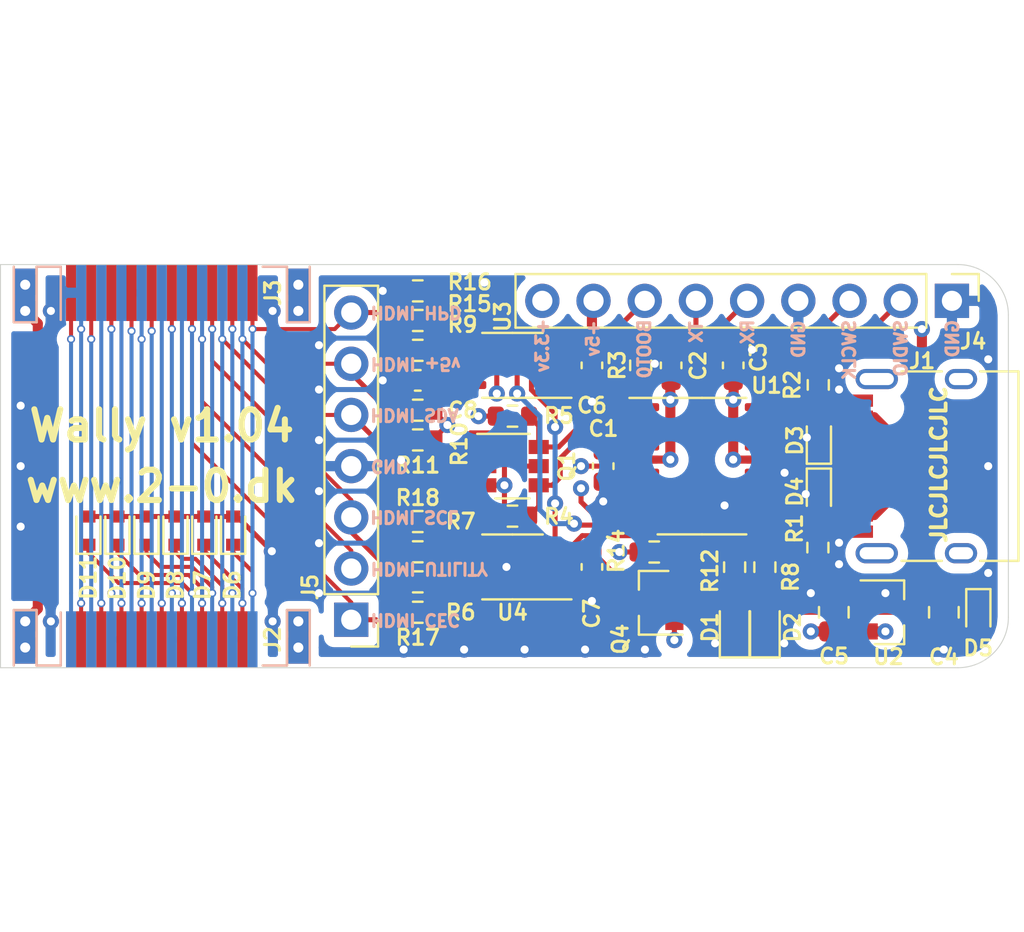
<source format=kicad_pcb>
(kicad_pcb (version 20171130) (host pcbnew 5.1.10-88a1d61d58~90~ubuntu20.04.1)
  (title_block (title Wally) (date 2021-07-31) (rev v1.04) (company www.2-0.dk))
  (layers (0 F.Cu signal) (1 In1.Cu signal) (2 In2.Cu signal) (31 B.Cu signal) (34 B.Paste user) (35 F.Paste user) (36 B.SilkS user) (37 F.SilkS user) (38 B.Mask user) (39 F.Mask user) (44 Edge.Cuts user))
  (net 0 "")
  (net 1 GND)
  (net 2 "Net-(C1-Pad2)")
  (net 3 +3V3)
  (net 4 +5V)
  (net 5 "Net-(J1-PadB5)")
  (net 6 usb_dp)
  (net 7 usb_dm)
  (net 8 "Net-(J1-PadA5)")
  (net 9 hdmi_hpd)
  (net 10 hdmi_5v)
  (net 11 hdmi_sda)
  (net 12 hdmi_scl)
  (net 13 hdmi_utility)
  (net 14 hdmi_cec)
  (net 15 "Net-(J2-Pad12)")
  (net 16 "Net-(J2-Pad10)")
  (net 17 "Net-(J2-Pad9)")
  (net 18 "Net-(J2-Pad7)")
  (net 19 "Net-(J2-Pad6)")
  (net 20 "Net-(J2-Pad4)")
  (net 21 "Net-(J2-Pad3)")
  (net 22 "Net-(J2-Pad1)")
  (net 23 swclk)
  (net 24 uart_tx)
  (net 25 swdio)
  (net 26 uart_rx)
  (net 27 hdmi_cec_in)
  (net 28 hdmi_5v_in)
  (net 29 hdmi_hpd_in)
  (net 30 "Net-(R8-Pad1)")
  (net 31 hdmi_5v_en)
  (net 32 hdmi_hpd_en)
  (net 33 "Net-(R12-Pad1)")
  (net 34 "Net-(R9-Pad1)")
  (net 35 "Net-(R17-Pad1)")
  (net 36 "Net-(R18-Pad1)")
  (net 37 i2c_sda)
  (net 38 i2c_scl)
  (net 39 boot0)
  (net 40 "Net-(D1-Pad2)")
  (net 41 "Net-(D2-Pad2)")
  (net 42 hdmi_sh)
  (net 43 "Net-(J1-PadSH)")
  (module wally:PinHeader_1x09_P2.54mm_Vertical (layer F.Cu) (at 172.2 91.8 270)
    (fp_text reference J4 (at 2.01 -1.05) (layer F.SilkS) (effects (font (size 0.75 0.75))))
    (fp_text value Expansion)
    (pad 9 thru_hole oval (at 0 20.32 270) (size 1.7 1.7) (drill 1) (layers *.Cu *.Mask) (net 3 +3V3))
    (pad 8 thru_hole oval (at 0 17.78 270) (size 1.7 1.7) (drill 1) (layers *.Cu *.Mask) (net 4 +5V))
    (pad 7 thru_hole oval (at 0 15.24 270) (size 1.7 1.7) (drill 1) (layers *.Cu *.Mask) (net 39 boot0))
    (pad 6 thru_hole oval (at 0 12.7 270) (size 1.7 1.7) (drill 1) (layers *.Cu *.Mask) (net 24 uart_tx))
    (pad 5 thru_hole oval (at 0 10.16 270) (size 1.7 1.7) (drill 1) (layers *.Cu *.Mask) (net 26 uart_rx))
    (pad 4 thru_hole oval (at 0 7.62 270) (size 1.7 1.7) (drill 1) (layers *.Cu *.Mask) (net 1 GND))
    (pad 3 thru_hole oval (at 0 5.08 270) (size 1.7 1.7) (drill 1) (layers *.Cu *.Mask) (net 23 swclk))
    (pad 2 thru_hole oval (at 0 2.54 270) (size 1.7 1.7) (drill 1) (layers *.Cu *.Mask) (net 25 swdio))
    (pad 1 thru_hole rect (at 0 0 270) (size 1.7 1.7) (drill 1) (layers *.Cu *.Mask) (net 1 GND))
  )
  (module wally:USB_C_Receptacle_HRO_TYPE-C-31-M-12 (layer F.Cu) (at 171.6 100 90)
    (fp_text reference J1 (at 5.22 -0.88 180) (layer F.SilkS) (effects (font (size 0.75 0.75))))
    (fp_text value "USB C")
    (pad SH thru_hole oval (at 4.32 1.05 90) (size 1 1.6) (drill oval 0.6 1.2) (layers *.Cu *.Mask) (net 43 "Net-(J1-PadSH)"))
    (pad "" np_thru_hole circle (at 2.89 -2.6 90) (size 0.65 0.65) (drill 0.65) (layers *.Cu *.Mask))
    (pad SH thru_hole oval (at -4.32 1.05 90) (size 1 1.6) (drill oval 0.6 1.2) (layers *.Cu *.Mask) (net 43 "Net-(J1-PadSH)"))
    (pad "" np_thru_hole circle (at -2.89 -2.6 90) (size 0.65 0.65) (drill 0.65) (layers *.Cu *.Mask))
    (pad SH thru_hole oval (at -4.32 -3.13 90) (size 1 2.1) (drill oval 0.6 1.7) (layers *.Cu *.Mask) (net 43 "Net-(J1-PadSH)"))
    (pad SH thru_hole oval (at 4.32 -3.13 90) (size 1 2.1) (drill oval 0.6 1.7) (layers *.Cu *.Mask) (net 43 "Net-(J1-PadSH)"))
    (pad A6 smd rect (at -0.25 -4.045 90) (size 0.3 1.45) (layers F.Cu F.Paste F.Mask) (net 6 usb_dp))
    (pad B5 smd rect (at 1.75 -4.045 90) (size 0.3 1.45) (layers F.Cu F.Paste F.Mask) (net 5 "Net-(J1-PadB5)"))
    (pad A8 smd rect (at 1.25 -4.045 90) (size 0.3 1.45) (layers F.Cu F.Paste F.Mask))
    (pad B6 smd rect (at 0.75 -4.045 90) (size 0.3 1.45) (layers F.Cu F.Paste F.Mask) (net 6 usb_dp))
    (pad A7 smd rect (at 0.25 -4.045 90) (size 0.3 1.45) (layers F.Cu F.Paste F.Mask) (net 7 usb_dm))
    (pad B7 smd rect (at -0.75 -4.045 90) (size 0.3 1.45) (layers F.Cu F.Paste F.Mask) (net 7 usb_dm))
    (pad A5 smd rect (at -1.25 -4.045 90) (size 0.3 1.45) (layers F.Cu F.Paste F.Mask) (net 8 "Net-(J1-PadA5)"))
    (pad B8 smd rect (at -1.75 -4.045 90) (size 0.3 1.45) (layers F.Cu F.Paste F.Mask))
    (pad A12 smd rect (at 3.25 -4.045 90) (size 0.6 1.45) (layers F.Cu F.Paste F.Mask) (net 1 GND))
    (pad B4 smd rect (at 2.45 -4.045 90) (size 0.6 1.45) (layers F.Cu F.Paste F.Mask) (net 4 +5V))
    (pad A4 smd rect (at -2.45 -4.045 90) (size 0.6 1.45) (layers F.Cu F.Paste F.Mask) (net 4 +5V))
    (pad A1 smd rect (at -3.25 -4.045 90) (size 0.6 1.45) (layers F.Cu F.Paste F.Mask) (net 1 GND))
    (pad B12 smd rect (at -3.25 -4.045 90) (size 0.6 1.45) (layers F.Cu F.Paste F.Mask) (net 1 GND))
    (pad B9 smd rect (at -2.45 -4.045 90) (size 0.6 1.45) (layers F.Cu F.Paste F.Mask) (net 4 +5V))
    (pad A9 smd rect (at 2.45 -4.045 90) (size 0.6 1.45) (layers F.Cu F.Paste F.Mask) (net 4 +5V))
    (pad B1 smd rect (at 3.25 -4.045 90) (size 0.6 1.45) (layers F.Cu F.Paste F.Mask) (net 1 GND))
  )
  (module wally:HDMI_A_Male_Horizontal (layer B.Cu) (at 133 108.6)
    (fp_text reference J2 (at 5.5 0 90) (layer F.SilkS) (effects (font (size 0.75 0.75))))
    (fp_text value HDMI_A)
    (pad SH thru_hole rect (at -6.775 -0.9) (size 1 1) (drill 0.5) (layers *.Cu *.Paste *.Mask) (net 42 hdmi_sh))
    (pad SH thru_hole rect (at -6.775 0.4) (size 1 1) (drill 0.5) (layers *.Cu *.Paste *.Mask) (net 42 hdmi_sh))
    (pad SH thru_hole rect (at 6.775 0.4) (size 1 1) (drill 0.5) (layers *.Cu *.Paste *.Mask) (net 42 hdmi_sh))
    (pad SH thru_hole rect (at 6.775 -0.9) (size 1 1) (drill 0.5) (layers *.Cu *.Paste *.Mask) (net 42 hdmi_sh))
    (pad SH smd rect (at 6.775 -0.1) (size 1 2.6) (layers B.Cu B.Paste B.Mask) (net 42 hdmi_sh))
    (pad SH smd rect (at -6.775 -0.1) (size 1 2.6) (layers B.Cu B.Paste B.Mask) (net 42 hdmi_sh))
    (pad SH smd rect (at 6.775 -0.1) (size 1 2.6) (layers F.Cu F.Paste F.Mask) (net 42 hdmi_sh))
    (pad SH smd rect (at -6.775 -0.1) (size 1 2.6) (layers F.Cu F.Paste F.Mask) (net 42 hdmi_sh))
    (pad 18 smd rect (at 4 0) (size 0.5 2.8) (layers F.Cu F.Paste F.Mask) (net 10 hdmi_5v))
    (pad 16 smd rect (at 3 0) (size 0.5 2.8) (layers F.Cu F.Paste F.Mask) (net 11 hdmi_sda))
    (pad 14 smd rect (at 2 0) (size 0.5 2.8) (layers F.Cu F.Paste F.Mask) (net 13 hdmi_utility))
    (pad 12 smd rect (at 1 0) (size 0.5 2.8) (layers F.Cu F.Paste F.Mask) (net 15 "Net-(J2-Pad12)"))
    (pad 10 smd rect (at 0 0) (size 0.5 2.8) (layers F.Cu F.Paste F.Mask) (net 16 "Net-(J2-Pad10)"))
    (pad 8 smd rect (at -1 0) (size 0.5 2.8) (layers F.Cu F.Paste F.Mask) (net 1 GND))
    (pad 6 smd rect (at -2 0) (size 0.5 2.8) (layers F.Cu F.Paste F.Mask) (net 19 "Net-(J2-Pad6)"))
    (pad 4 smd rect (at -3 0) (size 0.5 2.8) (layers F.Cu F.Paste F.Mask) (net 20 "Net-(J2-Pad4)"))
    (pad 2 smd rect (at -4 0) (size 0.5 2.8) (layers F.Cu F.Paste F.Mask) (net 1 GND))
    (pad 19 smd rect (at 4.5 0) (size 0.5 2.8) (layers B.Cu B.Paste B.Mask) (net 9 hdmi_hpd))
    (pad 17 smd rect (at 3.5 0) (size 0.5 2.8) (layers B.Cu B.Paste B.Mask) (net 1 GND))
    (pad 15 smd rect (at 2.5 0) (size 0.5 2.8) (layers B.Cu B.Paste B.Mask) (net 12 hdmi_scl))
    (pad 13 smd rect (at 1.5 0) (size 0.5 2.8) (layers B.Cu B.Paste B.Mask) (net 14 hdmi_cec))
    (pad 11 smd rect (at 0.5 0) (size 0.5 2.8) (layers B.Cu B.Paste B.Mask) (net 1 GND))
    (pad 9 smd rect (at -0.5 0) (size 0.5 2.8) (layers B.Cu B.Paste B.Mask) (net 17 "Net-(J2-Pad9)"))
    (pad 7 smd rect (at -1.5 0) (size 0.5 2.8) (layers B.Cu B.Paste B.Mask) (net 18 "Net-(J2-Pad7)"))
    (pad 5 smd rect (at -2.5 0) (size 0.5 2.8) (layers B.Cu B.Paste B.Mask) (net 1 GND))
    (pad 3 smd rect (at -3.5 0) (size 0.5 2.8) (layers B.Cu B.Paste B.Mask) (net 21 "Net-(J2-Pad3)"))
    (pad 1 smd rect (at -4.5 0) (size 0.5 2.8) (layers B.Cu B.Paste B.Mask) (net 22 "Net-(J2-Pad1)"))
  )
  (module wally:HDMI_A_Male_Horizontal (layer F.Cu) (at 133 91.4)
    (fp_text reference J3 (at 5.51 0 90) (layer F.SilkS) (effects (font (size 0.75 0.75))))
    (fp_text value HDMI_A)
    (pad SH thru_hole rect (at -6.775 0.9) (size 1 1) (drill 0.5) (layers *.Cu *.Paste *.Mask) (net 42 hdmi_sh))
    (pad SH thru_hole rect (at -6.775 -0.4) (size 1 1) (drill 0.5) (layers *.Cu *.Paste *.Mask) (net 42 hdmi_sh))
    (pad SH thru_hole rect (at 6.775 -0.4) (size 1 1) (drill 0.5) (layers *.Cu *.Paste *.Mask) (net 42 hdmi_sh))
    (pad SH thru_hole rect (at 6.775 0.9) (size 1 1) (drill 0.5) (layers *.Cu *.Paste *.Mask) (net 42 hdmi_sh))
    (pad SH smd rect (at 6.775 0.1) (size 1 2.6) (layers F.Cu F.Paste F.Mask) (net 42 hdmi_sh))
    (pad SH smd rect (at -6.775 0.1) (size 1 2.6) (layers F.Cu F.Paste F.Mask) (net 42 hdmi_sh))
    (pad SH smd rect (at 6.775 0.1) (size 1 2.6) (layers B.Cu B.Paste B.Mask) (net 42 hdmi_sh))
    (pad SH smd rect (at -6.775 0.1) (size 1 2.6) (layers B.Cu B.Paste B.Mask) (net 42 hdmi_sh))
    (pad 18 smd rect (at 4 0) (size 0.5 2.8) (layers B.Cu B.Paste B.Mask) (net 10 hdmi_5v))
    (pad 16 smd rect (at 3 0) (size 0.5 2.8) (layers B.Cu B.Paste B.Mask) (net 11 hdmi_sda))
    (pad 14 smd rect (at 2 0) (size 0.5 2.8) (layers B.Cu B.Paste B.Mask) (net 13 hdmi_utility))
    (pad 12 smd rect (at 1 0) (size 0.5 2.8) (layers B.Cu B.Paste B.Mask) (net 15 "Net-(J2-Pad12)"))
    (pad 10 smd rect (at 0 0) (size 0.5 2.8) (layers B.Cu B.Paste B.Mask) (net 16 "Net-(J2-Pad10)"))
    (pad 8 smd rect (at -1 0) (size 0.5 2.8) (layers B.Cu B.Paste B.Mask) (net 1 GND))
    (pad 6 smd rect (at -2 0) (size 0.5 2.8) (layers B.Cu B.Paste B.Mask) (net 19 "Net-(J2-Pad6)"))
    (pad 4 smd rect (at -3 0) (size 0.5 2.8) (layers B.Cu B.Paste B.Mask) (net 20 "Net-(J2-Pad4)"))
    (pad 2 smd rect (at -4 0) (size 0.5 2.8) (layers B.Cu B.Paste B.Mask) (net 1 GND))
    (pad 19 smd rect (at 4.5 0) (size 0.5 2.8) (layers F.Cu F.Paste F.Mask) (net 9 hdmi_hpd))
    (pad 17 smd rect (at 3.5 0) (size 0.5 2.8) (layers F.Cu F.Paste F.Mask) (net 1 GND))
    (pad 15 smd rect (at 2.5 0) (size 0.5 2.8) (layers F.Cu F.Paste F.Mask) (net 12 hdmi_scl))
    (pad 13 smd rect (at 1.5 0) (size 0.5 2.8) (layers F.Cu F.Paste F.Mask) (net 14 hdmi_cec))
    (pad 11 smd rect (at 0.5 0) (size 0.5 2.8) (layers F.Cu F.Paste F.Mask) (net 1 GND))
    (pad 9 smd rect (at -0.5 0) (size 0.5 2.8) (layers F.Cu F.Paste F.Mask) (net 17 "Net-(J2-Pad9)"))
    (pad 7 smd rect (at -1.5 0) (size 0.5 2.8) (layers F.Cu F.Paste F.Mask) (net 18 "Net-(J2-Pad7)"))
    (pad 5 smd rect (at -2.5 0) (size 0.5 2.8) (layers F.Cu F.Paste F.Mask) (net 1 GND))
    (pad 3 smd rect (at -3.5 0) (size 0.5 2.8) (layers F.Cu F.Paste F.Mask) (net 21 "Net-(J2-Pad3)"))
    (pad 1 smd rect (at -4.5 0) (size 0.5 2.8) (layers F.Cu F.Paste F.Mask) (net 22 "Net-(J2-Pad1)"))
  )
  (module Resistor_SMD:R_0603_1608Metric (layer F.Cu) (at 145.7 105.74 180)
    (fp_text reference R17 (at 0 -2.76 180) (layer F.SilkS) (effects (font (size 0.75 0.75))))
    (fp_text value 1k5)
    (pad 1 smd roundrect (at -0.825 0 180) (size 0.8 0.95) (layers F.Cu F.Paste F.Mask) (net 35 "Net-(R17-Pad1)"))
    (pad 2 smd roundrect (at 0.825 0 180) (size 0.8 0.95) (layers F.Cu F.Paste F.Mask) (net 12 hdmi_scl))
  )
  (module Package_TO_SOT_SMD:SOT-23 (layer F.Cu) (at 157.43 106.78 180)
    (fp_text reference Q4 (at 1.68 -1.8 270) (layer F.SilkS) (effects (font (size 0.75 0.75))))
    (fp_text value AO3400A)
    (pad 1 smd rect (at -1 -0.95 180) (size 0.9 0.8) (layers F.Cu F.Paste F.Mask) (net 3 +3V3))
    (pad 2 smd rect (at -1 0.95 180) (size 0.9 0.8) (layers F.Cu F.Paste F.Mask) (net 27 hdmi_cec_in))
    (pad 3 smd rect (at 1 0 180) (size 0.9 0.8) (layers F.Cu F.Paste F.Mask) (net 14 hdmi_cec))
  )
  (module Capacitor_SMD:C_0805_2012Metric (layer F.Cu) (at 171.8 107.25 90)
    (fp_text reference C4 (at -2.22 0 180) (layer F.SilkS) (effects (font (size 0.75 0.75))))
    (fp_text value 1u)
    (pad 2 smd roundrect (at 0.95 0 90) (size 1 1.45) (layers F.Cu F.Paste F.Mask) (net 4 +5V))
    (pad 1 smd roundrect (at -0.95 0 90) (size 1 1.45) (layers F.Cu F.Paste F.Mask) (net 1 GND))
  )
  (module Capacitor_SMD:C_0805_2012Metric (layer F.Cu) (at 166.34 107.25 90)
    (fp_text reference C5 (at -2.18 0.01 180) (layer F.SilkS) (effects (font (size 0.75 0.75))))
    (fp_text value 10u)
    (pad 1 smd roundrect (at -0.95 0 90) (size 1 1.45) (layers F.Cu F.Paste F.Mask) (net 3 +3V3))
    (pad 2 smd roundrect (at 0.95 0 90) (size 1 1.45) (layers F.Cu F.Paste F.Mask) (net 1 GND))
  )
  (module Package_SO:TSSOP-20_4.4x6.5mm_P0.65mm (layer F.Cu) (at 159.8 100)
    (fp_text reference U1 (at 3.2 -4) (layer F.SilkS) (effects (font (size 0.75 0.75))))
    (fp_text value STM32F042F6Px)
    (pad 20 smd roundrect (at 2.8625 -2.925) (size 1.475 0.4) (layers F.Cu F.Paste F.Mask) (net 23 swclk))
    (pad 19 smd roundrect (at 2.8625 -2.275) (size 1.475 0.4) (layers F.Cu F.Paste F.Mask) (net 25 swdio))
    (pad 18 smd roundrect (at 2.8625 -1.625) (size 1.475 0.4) (layers F.Cu F.Paste F.Mask) (net 6 usb_dp))
    (pad 17 smd roundrect (at 2.8625 -0.975) (size 1.475 0.4) (layers F.Cu F.Paste F.Mask) (net 7 usb_dm))
    (pad 16 smd roundrect (at 2.8625 -0.325) (size 1.475 0.4) (layers F.Cu F.Paste F.Mask) (net 3 +3V3))
    (pad 15 smd roundrect (at 2.8625 0.325) (size 1.475 0.4) (layers F.Cu F.Paste F.Mask) (net 1 GND))
    (pad 14 smd roundrect (at 2.8625 0.975) (size 1.475 0.4) (layers F.Cu F.Paste F.Mask) (net 31 hdmi_5v_en))
    (pad 13 smd roundrect (at 2.8625 1.625) (size 1.475 0.4) (layers F.Cu F.Paste F.Mask) (net 33 "Net-(R12-Pad1)"))
    (pad 12 smd roundrect (at 2.8625 2.275) (size 1.475 0.4) (layers F.Cu F.Paste F.Mask) (net 30 "Net-(R8-Pad1)"))
    (pad 11 smd roundrect (at 2.8625 2.925) (size 1.475 0.4) (layers F.Cu F.Paste F.Mask) (net 27 hdmi_cec_in))
    (pad 10 smd roundrect (at -2.8625 2.925) (size 1.475 0.4) (layers F.Cu F.Paste F.Mask) (net 32 hdmi_hpd_en))
    (pad 9 smd roundrect (at -2.8625 2.275) (size 1.475 0.4) (layers F.Cu F.Paste F.Mask) (net 26 uart_rx))
    (pad 8 smd roundrect (at -2.8625 1.625) (size 1.475 0.4) (layers F.Cu F.Paste F.Mask) (net 24 uart_tx))
    (pad 7 smd roundrect (at -2.8625 0.975) (size 1.475 0.4) (layers F.Cu F.Paste F.Mask) (net 28 hdmi_5v_in))
    (pad 6 smd roundrect (at -2.8625 0.325) (size 1.475 0.4) (layers F.Cu F.Paste F.Mask) (net 29 hdmi_hpd_in))
    (pad 5 smd roundrect (at -2.8625 -0.325) (size 1.475 0.4) (layers F.Cu F.Paste F.Mask) (net 3 +3V3))
    (pad 4 smd roundrect (at -2.8625 -0.975) (size 1.475 0.4) (layers F.Cu F.Paste F.Mask) (net 2 "Net-(C1-Pad2)"))
    (pad 3 smd roundrect (at -2.8625 -1.625) (size 1.475 0.4) (layers F.Cu F.Paste F.Mask) (net 38 i2c_scl))
    (pad 2 smd roundrect (at -2.8625 -2.275) (size 1.475 0.4) (layers F.Cu F.Paste F.Mask) (net 37 i2c_sda))
    (pad 1 smd roundrect (at -2.8625 -2.925) (size 1.475 0.4) (layers F.Cu F.Paste F.Mask) (net 39 boot0))
  )
  (module Package_TO_SOT_SMD:SOT-23 (layer F.Cu) (at 169.07 107.25)
    (fp_text reference U2 (at -0.02 2.21 180) (layer F.SilkS) (effects (font (size 0.75 0.75))))
    (fp_text value XC6206PxxxMR)
    (pad 3 smd rect (at 1 0) (size 0.9 0.8) (layers F.Cu F.Paste F.Mask) (net 4 +5V))
    (pad 2 smd rect (at -1 0.95) (size 0.9 0.8) (layers F.Cu F.Paste F.Mask) (net 3 +3V3))
    (pad 1 smd rect (at -1 -0.95) (size 0.9 0.8) (layers F.Cu F.Paste F.Mask) (net 1 GND))
  )
  (module Diode_SMD:D_SOD-523 (layer F.Cu) (at 165.6 98.73 90)
    (fp_text reference D3 (at 0 -1.19 90) (layer F.SilkS) (effects (font (size 0.75 0.75))))
    (fp_text value ESD5Z5.0)
    (pad 2 smd rect (at 0.7 0 270) (size 0.6 0.7) (layers F.Cu F.Paste F.Mask) (net 1 GND))
    (pad 1 smd rect (at -0.7 0 270) (size 0.6 0.7) (layers F.Cu F.Paste F.Mask) (net 6 usb_dp))
  )
  (module Diode_SMD:D_SOD-523 (layer F.Cu) (at 165.6 101.27 270)
    (fp_text reference D4 (at 0 1.19 90) (layer F.SilkS) (effects (font (size 0.75 0.75))))
    (fp_text value ESD5Z5.0)
    (pad 1 smd rect (at -0.7 0 90) (size 0.6 0.7) (layers F.Cu F.Paste F.Mask) (net 7 usb_dm))
    (pad 2 smd rect (at 0.7 0 90) (size 0.6 0.7) (layers F.Cu F.Paste F.Mask) (net 1 GND))
  )
  (module Diode_SMD:D_SOD-523 (layer F.Cu) (at 173.51 107.25 270)
    (fp_text reference D5 (at 1.78 0.01 180) (layer F.SilkS) (effects (font (size 0.75 0.75))))
    (fp_text value ESD5Z5.0)
    (pad 2 smd rect (at 0.7 0 90) (size 0.6 0.7) (layers F.Cu F.Paste F.Mask) (net 1 GND))
    (pad 1 smd rect (at -0.7 0 90) (size 0.6 0.7) (layers F.Cu F.Paste F.Mask) (net 4 +5V))
  )
  (module Diode_SMD:D_SOD-523 (layer F.Cu) (at 136.54 103.2 90)
    (fp_text reference D6 (at -2.704 -0.04 90) (layer F.SilkS) (effects (font (size 0.75 0.75))))
    (fp_text value ESD5Z5.0)
    (pad 1 smd rect (at -0.7 0 270) (size 0.6 0.7) (layers F.Cu F.Paste F.Mask) (net 9 hdmi_hpd))
    (pad 2 smd rect (at 0.7 0 270) (size 0.6 0.7) (layers F.Cu F.Paste F.Mask) (net 1 GND))
  )
  (module Diode_SMD:D_SOD-523 (layer F.Cu) (at 135.11 103.2 90)
    (fp_text reference D7 (at -2.704 -0.09 90) (layer F.SilkS) (effects (font (size 0.75 0.75))))
    (fp_text value ESD5Z5.0)
    (pad 1 smd rect (at -0.7 0 270) (size 0.6 0.7) (layers F.Cu F.Paste F.Mask) (net 10 hdmi_5v))
    (pad 2 smd rect (at 0.7 0 270) (size 0.6 0.7) (layers F.Cu F.Paste F.Mask) (net 1 GND))
  )
  (module Diode_SMD:D_SOD-523 (layer F.Cu) (at 132.24 103.2 90)
    (fp_text reference D9 (at -2.704 0.01 90) (layer F.SilkS) (effects (font (size 0.75 0.75))))
    (fp_text value ESD5Z5.0)
    (pad 2 smd rect (at 0.7 0 270) (size 0.6 0.7) (layers F.Cu F.Paste F.Mask) (net 1 GND))
    (pad 1 smd rect (at -0.7 0 270) (size 0.6 0.7) (layers F.Cu F.Paste F.Mask) (net 12 hdmi_scl))
  )
  (module Diode_SMD:D_SOD-523 (layer F.Cu) (at 133.68 103.2 90)
    (fp_text reference D8 (at -2.704 0 90) (layer F.SilkS) (effects (font (size 0.75 0.75))))
    (fp_text value ESD5Z5.0)
    (pad 1 smd rect (at -0.7 0 270) (size 0.6 0.7) (layers F.Cu F.Paste F.Mask) (net 11 hdmi_sda))
    (pad 2 smd rect (at 0.7 0 270) (size 0.6 0.7) (layers F.Cu F.Paste F.Mask) (net 1 GND))
  )
  (module Diode_SMD:D_SOD-523 (layer F.Cu) (at 130.8 103.2 90)
    (fp_text reference D10 (at -2.354 0 90) (layer F.SilkS) (effects (font (size 0.75 0.75))))
    (fp_text value ESD5Z3.3)
    (pad 2 smd rect (at 0.7 0 270) (size 0.6 0.7) (layers F.Cu F.Paste F.Mask) (net 1 GND))
    (pad 1 smd rect (at -0.7 0 270) (size 0.6 0.7) (layers F.Cu F.Paste F.Mask) (net 13 hdmi_utility))
  )
  (module Package_SO:MSOP-8_3x3mm_P0.65mm (layer F.Cu) (at 150.4 95 180)
    (fp_text reference U3 (at 0.49 2.42 90) (layer F.SilkS) (effects (font (size 0.75 0.75))))
    (fp_text value STMPS2252)
    (pad 8 smd roundrect (at 2.1125 -0.975 180) (size 1.625 0.4) (layers F.Cu F.Paste F.Mask))
    (pad 7 smd roundrect (at 2.1125 -0.325 180) (size 1.625 0.4) (layers F.Cu F.Paste F.Mask) (net 10 hdmi_5v))
    (pad 6 smd roundrect (at 2.1125 0.325 180) (size 1.625 0.4) (layers F.Cu F.Paste F.Mask) (net 34 "Net-(R9-Pad1)"))
    (pad 5 smd roundrect (at 2.1125 0.975 180) (size 1.625 0.4) (layers F.Cu F.Paste F.Mask))
    (pad 4 smd roundrect (at -2.1125 0.975 180) (size 1.625 0.4) (layers F.Cu F.Paste F.Mask) (net 32 hdmi_hpd_en))
    (pad 3 smd roundrect (at -2.1125 0.325 180) (size 1.625 0.4) (layers F.Cu F.Paste F.Mask) (net 31 hdmi_5v_en))
    (pad 2 smd roundrect (at -2.1125 -0.325 180) (size 1.625 0.4) (layers F.Cu F.Paste F.Mask) (net 4 +5V))
    (pad 1 smd roundrect (at -2.1125 -0.975 180) (size 1.625 0.4) (layers F.Cu F.Paste F.Mask) (net 1 GND))
  )
  (module Package_SO:MSOP-8_3x3mm_P0.65mm (layer F.Cu) (at 150.4 105 180)
    (fp_text reference U4 (at 0 -2.26 180) (layer F.SilkS) (effects (font (size 0.75 0.75))))
    (fp_text value STMPS2252)
    (pad 1 smd roundrect (at -2.1125 -0.975 180) (size 1.625 0.4) (layers F.Cu F.Paste F.Mask) (net 1 GND))
    (pad 2 smd roundrect (at -2.1125 -0.325 180) (size 1.625 0.4) (layers F.Cu F.Paste F.Mask) (net 4 +5V))
    (pad 3 smd roundrect (at -2.1125 0.325 180) (size 1.625 0.4) (layers F.Cu F.Paste F.Mask) (net 31 hdmi_5v_en))
    (pad 4 smd roundrect (at -2.1125 0.975 180) (size 1.625 0.4) (layers F.Cu F.Paste F.Mask) (net 31 hdmi_5v_en))
    (pad 5 smd roundrect (at 2.1125 0.975 180) (size 1.625 0.4) (layers F.Cu F.Paste F.Mask))
    (pad 6 smd roundrect (at 2.1125 0.325 180) (size 1.625 0.4) (layers F.Cu F.Paste F.Mask) (net 36 "Net-(R18-Pad1)"))
    (pad 7 smd roundrect (at 2.1125 -0.325 180) (size 1.625 0.4) (layers F.Cu F.Paste F.Mask) (net 35 "Net-(R17-Pad1)"))
    (pad 8 smd roundrect (at 2.1125 -0.975 180) (size 1.625 0.4) (layers F.Cu F.Paste F.Mask))
  )
  (module Capacitor_SMD:C_0603_1608Metric (layer F.Cu) (at 154.9 100 90)
    (fp_text reference C1 (at 1.86 0.01 180) (layer F.SilkS) (effects (font (size 0.75 0.75))))
    (fp_text value 100n)
    (pad 1 smd roundrect (at -0.775 0 90) (size 0.9 0.95) (layers F.Cu F.Paste F.Mask) (net 1 GND))
    (pad 2 smd roundrect (at 0.775 0 90) (size 0.9 0.95) (layers F.Cu F.Paste F.Mask) (net 2 "Net-(C1-Pad2)"))
  )
  (module Capacitor_SMD:C_0603_1608Metric (layer F.Cu) (at 158.27 95 270)
    (fp_text reference C2 (at 0.015 -1.34 90) (layer F.SilkS) (effects (font (size 0.75 0.75))))
    (fp_text value 100n)
    (pad 2 smd roundrect (at 0.775 0 270) (size 0.9 0.95) (layers F.Cu F.Paste F.Mask) (net 3 +3V3))
    (pad 1 smd roundrect (at -0.775 0 270) (size 0.9 0.95) (layers F.Cu F.Paste F.Mask) (net 1 GND))
  )
  (module Capacitor_SMD:C_0603_1608Metric (layer F.Cu) (at 161.35 95 270)
    (fp_text reference C3 (at -0.4 -1.25 90) (layer F.SilkS) (effects (font (size 0.75 0.75))))
    (fp_text value 100n)
    (pad 1 smd roundrect (at -0.775 0 270) (size 0.9 0.95) (layers F.Cu F.Paste F.Mask) (net 1 GND))
    (pad 2 smd roundrect (at 0.775 0 270) (size 0.9 0.95) (layers F.Cu F.Paste F.Mask) (net 3 +3V3))
  )
  (module Capacitor_SMD:C_0603_1608Metric (layer F.Cu) (at 154.34 95 90)
    (fp_text reference C6 (at -1.99 0 180) (layer F.SilkS) (effects (font (size 0.75 0.75))))
    (fp_text value 100n)
    (pad 2 smd roundrect (at 0.775 0 90) (size 0.9 0.95) (layers F.Cu F.Paste F.Mask) (net 4 +5V))
    (pad 1 smd roundrect (at -0.775 0 90) (size 0.9 0.95) (layers F.Cu F.Paste F.Mask) (net 1 GND))
  )
  (module Capacitor_SMD:C_0603_1608Metric (layer F.Cu) (at 154.34 105 90)
    (fp_text reference C7 (at -2.32 -0.01 90) (layer F.SilkS) (effects (font (size 0.75 0.75))))
    (fp_text value 100n)
    (pad 2 smd roundrect (at 0.775 0 90) (size 0.9 0.95) (layers F.Cu F.Paste F.Mask) (net 4 +5V))
    (pad 1 smd roundrect (at -0.775 0 90) (size 0.9 0.95) (layers F.Cu F.Paste F.Mask) (net 1 GND))
  )
  (module Capacitor_SMD:C_0603_1608Metric (layer F.Cu) (at 145.7 95.745 180)
    (fp_text reference C8 (at -2.24 -1.475 180) (layer F.SilkS) (effects (font (size 0.75 0.75))))
    (fp_text value 100n)
    (pad 2 smd roundrect (at 0.775 0 180) (size 0.9 0.95) (layers F.Cu F.Paste F.Mask) (net 1 GND))
    (pad 1 smd roundrect (at -0.775 0 180) (size 0.9 0.95) (layers F.Cu F.Paste F.Mask) (net 10 hdmi_5v))
  )
  (module LED_SMD:LED_0603_1608Metric (layer F.Cu) (at 162.92 108 90)
    (fp_text reference D2 (at 0 1.38 270) (layer F.SilkS) (effects (font (size 0.75 0.75))))
    (fp_text value "Red LED")
    (pad 2 smd roundrect (at 0.7875 0 90) (size 0.875 0.95) (layers F.Cu F.Paste F.Mask) (net 41 "Net-(D2-Pad2)"))
    (pad 1 smd roundrect (at -0.7875 0 90) (size 0.875 0.95) (layers F.Cu F.Paste F.Mask) (net 1 GND))
  )
  (module LED_SMD:LED_0603_1608Metric (layer F.Cu) (at 161.42 108 90)
    (fp_text reference D1 (at 0 -1.22 270) (layer F.SilkS) (effects (font (size 0.75 0.75))))
    (fp_text value "Green LED")
    (pad 1 smd roundrect (at -0.7875 0 90) (size 0.875 0.95) (layers F.Cu F.Paste F.Mask) (net 1 GND))
    (pad 2 smd roundrect (at 0.7875 0 90) (size 0.875 0.95) (layers F.Cu F.Paste F.Mask) (net 40 "Net-(D1-Pad2)"))
  )
  (module Resistor_SMD:R_0603_1608Metric (layer F.Cu) (at 165.55 104.04 90)
    (fp_text reference R1 (at 0.94 -1.15 90) (layer F.SilkS) (effects (font (size 0.75 0.75))))
    (fp_text value 5k1)
    (pad 2 smd roundrect (at 0.825 0 90) (size 0.8 0.95) (layers F.Cu F.Paste F.Mask) (net 8 "Net-(J1-PadA5)"))
    (pad 1 smd roundrect (at -0.825 0 90) (size 0.8 0.95) (layers F.Cu F.Paste F.Mask) (net 1 GND))
  )
  (module Resistor_SMD:R_0603_1608Metric (layer F.Cu) (at 165.57 95.97 270)
    (fp_text reference R2 (at 0.01 1.29 90) (layer F.SilkS) (effects (font (size 0.75 0.75))))
    (fp_text value 5k1)
    (pad 1 smd roundrect (at -0.825 0 270) (size 0.8 0.95) (layers F.Cu F.Paste F.Mask) (net 1 GND))
    (pad 2 smd roundrect (at 0.825 0 270) (size 0.8 0.95) (layers F.Cu F.Paste F.Mask) (net 5 "Net-(J1-PadB5)"))
  )
  (module Resistor_SMD:R_0603_1608Metric (layer F.Cu) (at 156.76 95 90)
    (fp_text reference R3 (at 0 -1.16 270) (layer F.SilkS) (effects (font (size 0.75 0.75))))
    (fp_text value 100k)
    (pad 1 smd roundrect (at -0.825 0 90) (size 0.8 0.95) (layers F.Cu F.Paste F.Mask) (net 39 boot0))
    (pad 2 smd roundrect (at 0.825 0 90) (size 0.8 0.95) (layers F.Cu F.Paste F.Mask) (net 1 GND))
  )
  (module Resistor_SMD:R_0603_1608Metric (layer F.Cu) (at 162.92 105.01 270)
    (fp_text reference R8 (at 0.49 -1.28 90) (layer F.SilkS) (effects (font (size 0.75 0.75))))
    (fp_text value 1k)
    (pad 1 smd roundrect (at -0.825 0 270) (size 0.8 0.95) (layers F.Cu F.Paste F.Mask) (net 30 "Net-(R8-Pad1)"))
    (pad 2 smd roundrect (at 0.825 0 270) (size 0.8 0.95) (layers F.Cu F.Paste F.Mask) (net 41 "Net-(D2-Pad2)"))
  )
  (module Resistor_SMD:R_0603_1608Metric (layer F.Cu) (at 145.7 94.255 180)
    (fp_text reference R9 (at -2.22 1.275 180) (layer F.SilkS) (effects (font (size 0.75 0.75))))
    (fp_text value 1k)
    (pad 1 smd roundrect (at -0.825 0 180) (size 0.8 0.95) (layers F.Cu F.Paste F.Mask) (net 34 "Net-(R9-Pad1)"))
    (pad 2 smd roundrect (at 0.825 0 180) (size 0.8 0.95) (layers F.Cu F.Paste F.Mask) (net 9 hdmi_hpd))
  )
  (module Resistor_SMD:R_0603_1608Metric (layer F.Cu) (at 145.7 97.225)
    (fp_text reference R10 (at 2.06 1.685 270) (layer F.SilkS) (effects (font (size 0.75 0.75))))
    (fp_text value 43k)
    (pad 1 smd roundrect (at -0.825 0) (size 0.8 0.95) (layers F.Cu F.Paste F.Mask) (net 10 hdmi_5v))
    (pad 2 smd roundrect (at 0.825 0) (size 0.8 0.95) (layers F.Cu F.Paste F.Mask) (net 28 hdmi_5v_in))
  )
  (module Resistor_SMD:R_0603_1608Metric (layer F.Cu) (at 145.7 98.7 180)
    (fp_text reference R11 (at -0.01 -1.26) (layer F.SilkS) (effects (font (size 0.75 0.75))))
    (fp_text value 62k)
    (pad 2 smd roundrect (at 0.825 0 180) (size 0.8 0.95) (layers F.Cu F.Paste F.Mask) (net 1 GND))
    (pad 1 smd roundrect (at -0.825 0 180) (size 0.8 0.95) (layers F.Cu F.Paste F.Mask) (net 28 hdmi_5v_in))
  )
  (module Resistor_SMD:R_0603_1608Metric (layer F.Cu) (at 161.42 105.01 270)
    (fp_text reference R12 (at 0.19 1.22 270) (layer F.SilkS) (effects (font (size 0.75 0.75))))
    (fp_text value 1k)
    (pad 1 smd roundrect (at -0.825 0 270) (size 0.8 0.95) (layers F.Cu F.Paste F.Mask) (net 33 "Net-(R12-Pad1)"))
    (pad 2 smd roundrect (at 0.825 0 270) (size 0.8 0.95) (layers F.Cu F.Paste F.Mask) (net 40 "Net-(D1-Pad2)"))
  )
  (module Resistor_SMD:R_0603_1608Metric (layer F.Cu) (at 157.43 104.26)
    (fp_text reference R14 (at -1.88 -0.05 270) (layer F.SilkS) (effects (font (size 0.75 0.75))))
    (fp_text value 27k)
    (pad 2 smd roundrect (at 0.825 0) (size 0.8 0.95) (layers F.Cu F.Paste F.Mask) (net 27 hdmi_cec_in))
    (pad 1 smd roundrect (at -0.825 0) (size 0.8 0.95) (layers F.Cu F.Paste F.Mask) (net 3 +3V3))
  )
  (module Resistor_SMD:R_0603_1608Metric (layer F.Cu) (at 145.7 92.775)
    (fp_text reference R15 (at 2.57 -0.825 180) (layer F.SilkS) (effects (font (size 0.75 0.75))))
    (fp_text value 43k)
    (pad 1 smd roundrect (at -0.825 0) (size 0.8 0.95) (layers F.Cu F.Paste F.Mask) (net 9 hdmi_hpd))
    (pad 2 smd roundrect (at 0.825 0) (size 0.8 0.95) (layers F.Cu F.Paste F.Mask) (net 29 hdmi_hpd_in))
  )
  (module Resistor_SMD:R_0603_1608Metric (layer F.Cu) (at 145.7 91.305 180)
    (fp_text reference R16 (at -2.58 0.435 180) (layer F.SilkS) (effects (font (size 0.75 0.75))))
    (fp_text value 62k)
    (pad 2 smd roundrect (at 0.825 0 180) (size 0.8 0.95) (layers F.Cu F.Paste F.Mask) (net 1 GND))
    (pad 1 smd roundrect (at -0.825 0 180) (size 0.8 0.95) (layers F.Cu F.Paste F.Mask) (net 29 hdmi_hpd_in))
  )
  (module Resistor_SMD:R_0603_1608Metric (layer F.Cu) (at 145.7 104.25 180)
    (fp_text reference R18 (at 0 2.68 180) (layer F.SilkS) (effects (font (size 0.75 0.75))))
    (fp_text value 1k5)
    (pad 2 smd roundrect (at 0.825 0 180) (size 0.8 0.95) (layers F.Cu F.Paste F.Mask) (net 11 hdmi_sda))
    (pad 1 smd roundrect (at -0.825 0 180) (size 0.8 0.95) (layers F.Cu F.Paste F.Mask) (net 36 "Net-(R18-Pad1)"))
  )
  (module Connector_PinHeader_2.54mm:PinHeader_1x07_P2.54mm_Vertical (layer F.Cu) (at 142.4 107.62 180)
    (fp_text reference J5 (at 2.04 1.62 90) (layer F.SilkS) (effects (font (size 0.75 0.75))))
    (fp_text value "HDMI Expansion")
    (pad 1 thru_hole rect (at 0 0 180) (size 1.7 1.7) (drill 1) (layers *.Cu *.Mask) (net 14 hdmi_cec))
    (pad 2 thru_hole oval (at 0 2.54 180) (size 1.7 1.7) (drill 1) (layers *.Cu *.Mask) (net 13 hdmi_utility))
    (pad 3 thru_hole oval (at 0 5.08 180) (size 1.7 1.7) (drill 1) (layers *.Cu *.Mask) (net 12 hdmi_scl))
    (pad 4 thru_hole oval (at 0 7.62 180) (size 1.7 1.7) (drill 1) (layers *.Cu *.Mask) (net 1 GND))
    (pad 5 thru_hole oval (at 0 10.16 180) (size 1.7 1.7) (drill 1) (layers *.Cu *.Mask) (net 11 hdmi_sda))
    (pad 6 thru_hole oval (at 0 12.7 180) (size 1.7 1.7) (drill 1) (layers *.Cu *.Mask) (net 10 hdmi_5v))
    (pad 7 thru_hole oval (at 0 15.24 180) (size 1.7 1.7) (drill 1) (layers *.Cu *.Mask) (net 9 hdmi_hpd))
  )
  (module Package_TO_SOT_SMD:SuperSOT-6 (layer F.Cu) (at 150.4 100)
    (fp_text reference Q1 (at 2.7 0 90) (layer F.SilkS) (effects (font (size 0.75 0.75))))
    (fp_text value FDC6401N)
    (pad 1 smd rect (at -1.3 -0.95) (size 1 0.7) (layers F.Cu F.Paste F.Mask) (net 3 +3V3))
    (pad 2 smd rect (at -1.3 0) (size 1 0.7) (layers F.Cu F.Paste F.Mask) (net 12 hdmi_scl))
    (pad 3 smd rect (at -1.3 0.95) (size 1 0.7) (layers F.Cu F.Paste F.Mask) (net 3 +3V3))
    (pad 4 smd rect (at 1.3 0.95) (size 1 0.7) (layers F.Cu F.Paste F.Mask) (net 38 i2c_scl))
    (pad 6 smd rect (at 1.3 -0.95) (size 1 0.7) (layers F.Cu F.Paste F.Mask) (net 37 i2c_sda))
    (pad 5 smd rect (at 1.3 0) (size 1 0.7) (layers F.Cu F.Paste F.Mask) (net 11 hdmi_sda))
  )
  (module Resistor_SMD:R_0603_1608Metric (layer F.Cu) (at 150.4 102.48)
    (fp_text reference R4 (at 2.3 0.02) (layer F.SilkS) (effects (font (size 0.75 0.75))))
    (fp_text value 20k)
    (pad 2 smd roundrect (at 0.825 0) (size 0.8 0.95) (layers F.Cu F.Paste F.Mask) (net 38 i2c_scl))
    (pad 1 smd roundrect (at -0.825 0) (size 0.8 0.95) (layers F.Cu F.Paste F.Mask) (net 3 +3V3))
  )
  (module Resistor_SMD:R_0603_1608Metric (layer F.Cu) (at 150.4 97.52)
    (fp_text reference R5 (at 2.3 -0.02) (layer F.SilkS) (effects (font (size 0.75 0.75))))
    (fp_text value 20k)
    (pad 1 smd roundrect (at -0.825 0) (size 0.8 0.95) (layers F.Cu F.Paste F.Mask) (net 3 +3V3))
    (pad 2 smd roundrect (at 0.825 0) (size 0.8 0.95) (layers F.Cu F.Paste F.Mask) (net 37 i2c_sda))
  )
  (module Resistor_SMD:R_0603_1608Metric (layer F.Cu) (at 145.7 107.25)
    (fp_text reference R6 (at 2.13 0) (layer F.SilkS) (effects (font (size 0.75 0.75))))
    (fp_text value 100k)
    (pad 1 smd roundrect (at -0.825 0) (size 0.8 0.95) (layers F.Cu F.Paste F.Mask) (net 12 hdmi_scl))
    (pad 2 smd roundrect (at 0.825 0) (size 0.8 0.95) (layers F.Cu F.Paste F.Mask) (net 4 +5V))
  )
  (module Resistor_SMD:R_0603_1608Metric (layer F.Cu) (at 145.7 102.75)
    (fp_text reference R7 (at 2.128 -0.01) (layer F.SilkS) (effects (font (size 0.75 0.75))))
    (fp_text value 100k)
    (pad 2 smd roundrect (at 0.825 0) (size 0.8 0.95) (layers F.Cu F.Paste F.Mask) (net 4 +5V))
    (pad 1 smd roundrect (at -0.825 0) (size 0.8 0.95) (layers F.Cu F.Paste F.Mask) (net 11 hdmi_sda))
  )
  (module Diode_SMD:D_SOD-523 (layer F.Cu) (at 129.36 103.2 90)
    (fp_text reference D11 (at -2.33 0 90) (layer F.SilkS) (effects (font (size 0.75 0.75))))
    (fp_text value ESD5Z5.0)
    (pad 2 smd rect (at 0.7 0 270) (size 0.6 0.7) (layers F.Cu F.Paste F.Mask) (net 1 GND))
    (pad 1 smd rect (at -0.7 0 270) (size 0.6 0.7) (layers F.Cu F.Paste F.Mask) (net 14 hdmi_cec))
  )
  (gr_text "HDMI CEC" (at 145.58 107.63 180) (layer B.SilkS) (effects (font (size 0.6 0.6)) (justify mirror)))
  (gr_text "HDMI UTILITY" (at 146.27 105.09 180) (layer B.SilkS) (effects (font (size 0.6 0.6)) (justify mirror)))
  (gr_text "HDMI SCL" (at 145.52 102.52 180) (layer B.SilkS) (effects (font (size 0.6 0.6)) (justify mirror)))
  (gr_text "HDMI HPD" (at 145.62 92.38 180) (layer B.SilkS) (effects (font (size 0.6 0.6)) (justify mirror)))
  (gr_text "HDMI +5v" (at 145.6 94.93 180) (layer B.SilkS) (effects (font (size 0.6 0.6)) (justify mirror)))
  (gr_text "HDMI SDA" (at 145.54 97.46 180) (layer B.SilkS) (effects (font (size 0.6 0.6)) (justify mirror)))
  (gr_text GND (at 144.3 100 180) (layer B.SilkS) (effects (font (size 0.6 0.6)) (justify mirror)))
  (gr_text +3.3v (at 151.88 94.02 90) (layer B.SilkS) (effects (font (size 0.6 0.6)) (justify mirror)))
  (gr_text +5v (at 154.39 93.67 90) (layer B.SilkS) (effects (font (size 0.6 0.6)) (justify mirror)))
  (gr_text BOOT0 (at 156.94 94.19 90) (layer B.SilkS) (effects (font (size 0.6 0.6)) (justify mirror)))
  (gr_text TX (at 159.51 93.35 90) (layer B.SilkS) (effects (font (size 0.6 0.6)) (justify mirror)))
  (gr_text RX (at 162.06 93.34 90) (layer B.SilkS) (effects (font (size 0.6 0.6)) (justify mirror)))
  (gr_text GND (at 164.59 93.71 90) (layer B.SilkS) (effects (font (size 0.6 0.6)) (justify mirror)))
  (gr_text SWCLK (at 167.11 94.24 90) (layer B.SilkS) (effects (font (size 0.6 0.6)) (justify mirror)))
  (gr_text SWDIO (at 169.67 94.15 90) (layer B.SilkS) (effects (font (size 0.6 0.6)) (justify mirror)))
  (gr_text GND (at 172.23 93.68 90) (layer B.SilkS) (effects (font (size 0.6 0.6)) (justify mirror)))
  (gr_text JLCJLCJLCJLC (at 171.55 99.92 90) (layer F.SilkS) (effects (font (size 0.75 0.75) (thickness 0.1875))))
  (gr_text www.2-0.dk (at 133 101) (layer F.SilkS) (effects (font (size 1.5 1.5) (thickness 0.3))))
  (gr_text "Wally v1.04" (at 133 98) (layer F.SilkS) (effects (font (size 1.5 1.5) (thickness 0.3))))
  (gr_arc (start 172.5 107.5) (end 172.5 110) (angle -90) (layer Edge.Cuts) (width 0.05))
  (gr_arc (start 172.5 92.5) (end 175 92.5) (angle -90) (layer Edge.Cuts) (width 0.05))
  (gr_line (start 125 110) (end 125 90) (layer Edge.Cuts) (width 0.05))
  (gr_line (start 172.5 110) (end 125 110) (layer Edge.Cuts) (width 0.05))
  (gr_line (start 175 92.5) (end 175 107.5) (layer Edge.Cuts) (width 0.05))
  (gr_line (start 125 90) (end 172.5 90) (layer Edge.Cuts) (width 0.05))
  (via (at 127.5 92.3) (size 0.8) (drill 0.4) (layers F.Cu B.Cu) (net 1))
  (via (at 138.5 92.3) (size 0.8) (drill 0.4) (layers F.Cu B.Cu) (net 1))
  (via (at 127.5 107.7) (size 0.8) (drill 0.4) (layers F.Cu B.Cu) (net 1))
  (via (at 138.5 107.7) (size 0.8) (drill 0.4) (layers F.Cu B.Cu) (net 1))
  (via (at 149 90.9) (size 0.8) (drill 0.4) (layers F.Cu B.Cu) (net 1))
  (via (at 129 106.8) (size 0.4) (drill 0.25) (layers F.Cu B.Cu) (net 1))
  (via (at 136.5 106.3) (size 0.4) (drill 0.25) (layers F.Cu B.Cu) (net 1))
  (via (at 133.5 106.3) (size 0.4) (drill 0.25) (layers F.Cu B.Cu) (net 1))
  (via (at 132 106.8) (size 0.4) (drill 0.25) (layers F.Cu B.Cu) (net 1))
  (via (at 168.9 106.3) (size 0.8) (drill 0.4) (layers F.Cu B.Cu) (net 1))
  (via (at 174 105.3) (size 0.8) (drill 0.4) (layers F.Cu B.Cu) (net 1))
  (via (at 174 100) (size 0.8) (drill 0.4) (layers F.Cu B.Cu) (net 1))
  (via (at 132 93.7) (size 0.4) (drill 0.25) (layers F.Cu B.Cu) (net 1))
  (via (at 129 93.2) (size 0.4) (drill 0.25) (layers F.Cu B.Cu) (net 1))
  (segment (start 133.5 93.2) (end 133.5 91.4) (width 0.2) (layer F.Cu) (net 1))
  (segment (start 136.5 93.2) (end 136.5 91.4) (width 0.2) (layer F.Cu) (net 1))
  (segment (start 132 93.7) (end 132 91.4) (width 0.2) (layer B.Cu) (net 1))
  (segment (start 136.5 106.3) (end 136.5 108.6) (width 0.2) (layer B.Cu) (net 1))
  (segment (start 129 106.8) (end 129 108.6) (width 0.2) (layer F.Cu) (net 1))
  (segment (start 132 108.6) (end 132 106.8) (width 0.2) (layer F.Cu) (net 1))
  (segment (start 130.5 93.2) (end 130.5 91.4) (width 0.2) (layer F.Cu) (net 1))
  (via (at 130.5 93.2) (size 0.4) (drill 0.25) (layers F.Cu B.Cu) (net 1))
  (segment (start 130.5 108.6) (end 130.5 106.3) (width 0.2) (layer B.Cu) (net 1))
  (segment (start 136.5 93.2) (end 136.5 106.3) (width 0.2) (layer B.Cu) (net 1))
  (segment (start 132 93.7) (end 132 106.8) (width 0.2) (layer B.Cu) (net 1))
  (segment (start 130.5 106.3) (end 130.5 93.2) (width 0.2) (layer B.Cu) (net 1))
  (via (at 166.6 104.865) (size 0.75) (drill 0.4) (layers F.Cu B.Cu) (net 1))
  (segment (start 166.34 106.3) (end 168.07 106.3) (width 0.5) (layer F.Cu) (net 1))
  (segment (start 172.05 107.95) (end 171.8 108.2) (width 0.5) (layer F.Cu) (net 1))
  (segment (start 173.51 107.95) (end 172.05 107.95) (width 0.4) (layer F.Cu) (net 1))
  (via (at 133.5 93.2) (size 0.4) (drill 0.25) (layers F.Cu B.Cu) (net 1))
  (via (at 136.5 93.2) (size 0.4) (drill 0.25) (layers F.Cu B.Cu) (net 1))
  (via (at 174 94.7) (size 0.8) (drill 0.4) (layers F.Cu B.Cu) (net 1))
  (via (at 126 100) (size 0.8) (drill 0.4) (layers F.Cu B.Cu) (net 1))
  (via (at 126 97) (size 0.8) (drill 0.4) (layers F.Cu B.Cu) (net 1))
  (via (at 126 103) (size 0.8) (drill 0.4) (layers F.Cu B.Cu) (net 1))
  (via (at 145 109.1) (size 0.8) (drill 0.4) (layers F.Cu B.Cu) (net 1))
  (via (at 148 109.1) (size 0.8) (drill 0.4) (layers F.Cu B.Cu) (net 1))
  (via (at 151 109.1) (size 0.8) (drill 0.4) (layers F.Cu B.Cu) (net 1))
  (via (at 154 109.1) (size 0.8) (drill 0.4) (layers F.Cu B.Cu) (net 1))
  (via (at 156.97 109.1) (size 0.8) (drill 0.4) (layers F.Cu B.Cu) (net 1))
  (via (at 163.88 108.7875) (size 0.8) (drill 0.4) (layers F.Cu B.Cu) (net 1))
  (via (at 144.875 99.7) (size 0.8) (drill 0.4) (layers F.Cu B.Cu) (net 1))
  (via (at 143.96 91.305) (size 0.8) (drill 0.4) (layers F.Cu B.Cu) (net 1))
  (via (at 143.96 95.745) (size 0.8) (drill 0.4) (layers F.Cu B.Cu) (net 1))
  (via (at 130.5 106.3) (size 0.4) (drill 0.25) (layers F.Cu B.Cu) (net 1))
  (segment (start 129 93.2) (end 129 106.8) (width 0.2) (layer B.Cu) (net 1))
  (segment (start 129 91.4) (end 129 93.2) (width 0.2) (layer B.Cu) (net 1))
  (segment (start 133.5 93.2) (end 133.5 106.3) (width 0.2) (layer B.Cu) (net 1))
  (segment (start 133.5 106.3) (end 133.5 108.6) (width 0.2) (layer B.Cu) (net 1))
  (segment (start 165.61 98.04) (end 165.6 98.03) (width 0.25) (layer F.Cu) (net 1))
  (via (at 154.34 106.69) (size 0.8) (drill 0.4) (layers F.Cu B.Cu) (net 1))
  (via (at 157.46 94.92) (size 0.8) (drill 0.4) (layers F.Cu B.Cu) (net 1))
  (via (at 165.2 106.3) (size 0.8) (drill 0.4) (layers F.Cu B.Cu) (net 1))
  (segment (start 144.875 98.7) (end 144.875 99.7) (width 0.25) (layer F.Cu) (net 1))
  (segment (start 144.925 95.745) (end 143.96 95.745) (width 0.25) (layer F.Cu) (net 1))
  (segment (start 144.875 91.305) (end 143.96 91.305) (width 0.25) (layer F.Cu) (net 1))
  (via (at 154.34 96.8) (size 0.8) (drill 0.4) (layers F.Cu B.Cu) (net 1))
  (via (at 162.28 94.225) (size 0.7) (drill 0.4) (layers F.Cu B.Cu) (net 1))
  (segment (start 161.35 94.225) (end 161.365 94.21) (width 0.25) (layer F.Cu) (net 1))
  (segment (start 161.37 94.225) (end 161.35 94.225) (width 0.25) (layer F.Cu) (net 1))
  (segment (start 161.365 94.21) (end 162.28 94.21) (width 0.5) (layer F.Cu) (net 1))
  (segment (start 161.4 94.195) (end 161.37 94.225) (width 0.25) (layer F.Cu) (net 1))
  (segment (start 156.76 94.22) (end 157.46 94.92) (width 0.25) (layer F.Cu) (net 1))
  (segment (start 156.76 94.165) (end 156.76 94.22) (width 0.25) (layer F.Cu) (net 1))
  (segment (start 158.27 94.225) (end 158.155 94.225) (width 0.5) (layer F.Cu) (net 1))
  (segment (start 158.155 94.225) (end 157.46 94.92) (width 0.5) (layer F.Cu) (net 1))
  (segment (start 158.27 94.215) (end 158.27 94.225) (width 0.25) (layer F.Cu) (net 1))
  (segment (start 163.88 108.7875) (end 162.92 108.7875) (width 0.25) (layer F.Cu) (net 1))
  (via (at 160.45 108.7875) (size 0.8) (drill 0.4) (layers F.Cu B.Cu) (net 1))
  (segment (start 161.42 108.7875) (end 160.45 108.7875) (width 0.25) (layer F.Cu) (net 1))
  (via (at 138.46 104.22) (size 0.8) (drill 0.4) (layers F.Cu B.Cu) (net 1))
  (segment (start 166.34 106.3) (end 165.2 106.3) (width 0.5) (layer F.Cu) (net 1))
  (segment (start 168.07 106.3) (end 168.9 106.3) (width 0.5) (layer F.Cu) (net 1))
  (via (at 171.8 109.1) (size 0.8) (drill 0.4) (layers F.Cu B.Cu) (net 1))
  (segment (start 171.8 108.2) (end 171.8 109.1) (width 0.4) (layer F.Cu) (net 1))
  (via (at 164.948427 101.388706) (size 0.8) (drill 0.4) (layers F.Cu B.Cu) (net 1))
  (segment (start 165.529721 101.97) (end 164.948427 101.388706) (width 0.25) (layer F.Cu) (net 1))
  (segment (start 165.6 101.97) (end 165.529721 101.97) (width 0.25) (layer F.Cu) (net 1))
  (via (at 163.897152 100.328365) (size 0.8) (drill 0.4) (layers F.Cu B.Cu) (net 1))
  (segment (start 163.893787 100.325) (end 163.897152 100.328365) (width 0.25) (layer F.Cu) (net 1))
  (segment (start 162.6625 100.325) (end 163.893787 100.325) (width 0.4) (layer F.Cu) (net 1))
  (via (at 165.003335 98.578015) (size 0.8) (drill 0.4) (layers F.Cu B.Cu) (net 1))
  (segment (start 165.6 98.03) (end 165.55135 98.03) (width 0.25) (layer F.Cu) (net 1))
  (segment (start 165.55135 98.03) (end 165.003335 98.578015) (width 0.25) (layer F.Cu) (net 1))
  (segment (start 154.34 96.8) (end 154.34 95.775) (width 0.25) (layer F.Cu) (net 1))
  (segment (start 154.14 95.975) (end 154.34 95.775) (width 0.25) (layer F.Cu) (net 1))
  (segment (start 152.5125 95.975) (end 154.14 95.975) (width 0.25) (layer F.Cu) (net 1))
  (via (at 166.6 95.145) (size 0.8) (drill 0.4) (layers F.Cu B.Cu) (net 1))
  (via (at 166.6 96.2) (size 0.8) (drill 0.4) (layers F.Cu B.Cu) (net 1))
  (segment (start 167.15 96.75) (end 166.6 96.2) (width 0.5) (layer F.Cu) (net 1))
  (segment (start 167.555 96.75) (end 167.15 96.75) (width 0.5) (layer F.Cu) (net 1))
  (via (at 166.6 103.8) (size 0.8) (drill 0.4) (layers F.Cu B.Cu) (net 1))
  (segment (start 167.15 103.25) (end 166.6 103.8) (width 0.5) (layer F.Cu) (net 1))
  (segment (start 167.555 103.25) (end 167.15 103.25) (width 0.5) (layer F.Cu) (net 1))
  (segment (start 165.57 95.145) (end 166.6 95.145) (width 0.25) (layer F.Cu) (net 1))
  (segment (start 166.6 104.865) (end 165.55 104.865) (width 0.25) (layer F.Cu) (net 1))
  (segment (start 129.36 102.5) (end 130.8 102.5) (width 0.25) (layer F.Cu) (net 1))
  (segment (start 130.8 102.5) (end 132.24 102.5) (width 0.25) (layer F.Cu) (net 1))
  (segment (start 132.24 102.5) (end 133.68 102.5) (width 0.25) (layer F.Cu) (net 1))
  (segment (start 133.68 102.5) (end 135.11 102.5) (width 0.25) (layer F.Cu) (net 1))
  (segment (start 135.11 102.5) (end 136.54 102.5) (width 0.25) (layer F.Cu) (net 1))
  (segment (start 136.74 102.5) (end 138.46 104.22) (width 0.25) (layer F.Cu) (net 1))
  (segment (start 136.54 102.5) (end 136.74 102.5) (width 0.25) (layer F.Cu) (net 1))
  (via (at 150.1 105) (size 0.8) (drill 0.4) (layers F.Cu B.Cu) (net 1))
  (via (at 160.92 101.95) (size 0.8) (drill 0.4) (layers F.Cu B.Cu) (net 1))
  (via (at 140.8 103.82) (size 0.8) (drill 0.4) (layers F.Cu B.Cu) (net 1))
  (via (at 140.8 101.24) (size 0.8) (drill 0.4) (layers F.Cu B.Cu) (net 1))
  (via (at 140.8 98.71) (size 0.8) (drill 0.4) (layers F.Cu B.Cu) (net 1))
  (via (at 140.8 96.2) (size 0.8) (drill 0.4) (layers F.Cu B.Cu) (net 1))
  (via (at 154.9 101.749979) (size 0.8) (drill 0.4) (layers F.Cu B.Cu) (net 1))
  (segment (start 154.9 100.775) (end 154.9 101.749979) (width 0.25) (layer F.Cu) (net 1))
  (segment (start 154.34 105.775) (end 154.34 106.69) (width 0.25) (layer F.Cu) (net 1))
  (segment (start 154.14 105.975) (end 154.34 105.775) (width 0.25) (layer F.Cu) (net 1))
  (segment (start 152.5125 105.975) (end 154.14 105.975) (width 0.25) (layer F.Cu) (net 1))
  (via (at 140.8 94) (size 0.8) (drill 0.4) (layers F.Cu B.Cu) (net 1))
  (via (at 140.8 106.3) (size 0.8) (drill 0.4) (layers F.Cu B.Cu) (net 1))
  (segment (start 140.8 98.71) (end 143.35 98.71) (width 0.25) (layer B.Cu) (net 1))
  (segment (start 143.505 96.2) (end 143.96 95.745) (width 0.25) (layer B.Cu) (net 1))
  (segment (start 140.8 96.2) (end 143.505 96.2) (width 0.25) (layer B.Cu) (net 1))
  (segment (start 140.8 101.24) (end 143.42 101.24) (width 0.25) (layer B.Cu) (net 1))
  (segment (start 140.8 103.82) (end 143.38 103.82) (width 0.25) (layer B.Cu) (net 1))
  (segment (start 140.8 106.3) (end 143.79 106.3) (width 0.25) (layer B.Cu) (net 1))
  (segment (start 140.8 106.3) (end 140.91 106.41) (width 0.25) (layer B.Cu) (net 1))
  (segment (start 140.91 109) (end 141.01 109.1) (width 0.25) (layer B.Cu) (net 1))
  (segment (start 140.8 94) (end 141.15 93.65) (width 0.25) (layer B.Cu) (net 1))
  (segment (start 141.15 93.65) (end 143.67 93.65) (width 0.25) (layer B.Cu) (net 1))
  (segment (start 155.1 99.025) (end 154.9 99.225) (width 0.25) (layer F.Cu) (net 2))
  (segment (start 156.9375 99.025) (end 155.1 99.025) (width 0.25) (layer F.Cu) (net 2))
  (via (at 161.35 96.7) (size 0.8) (drill 0.4) (layers F.Cu B.Cu) (net 3))
  (via (at 161.35 99.675) (size 0.8) (drill 0.4) (layers F.Cu B.Cu) (net 3))
  (via (at 158.23 96.7) (size 0.8) (drill 0.4) (layers F.Cu B.Cu) (net 3))
  (via (at 158.23 99.675) (size 0.8) (drill 0.4) (layers F.Cu B.Cu) (net 3))
  (segment (start 166.34 108.2) (end 168.07 108.2) (width 0.5) (layer F.Cu) (net 3))
  (via (at 168.9 108.2) (size 0.8) (drill 0.4) (layers F.Cu B.Cu) (net 3))
  (segment (start 169.1 108.2) (end 169.11 108.21) (width 0.25) (layer F.Cu) (net 3))
  (via (at 158.43 108.63) (size 0.8) (drill 0.4) (layers F.Cu B.Cu) (net 3))
  (via (at 150 100.95) (size 0.8) (drill 0.4) (layers F.Cu B.Cu) (net 3))
  (via (at 165.2 108.2) (size 0.8) (drill 0.4) (layers F.Cu B.Cu) (net 3))
  (segment (start 158.23 99.675) (end 156.9375 99.675) (width 0.4) (layer F.Cu) (net 3))
  (segment (start 158.23 96.7) (end 158.23 95.75) (width 0.5) (layer F.Cu) (net 3))
  (segment (start 158.23 99.48) (end 158.23 96.7) (width 0.5) (layer F.Cu) (net 3))
  (segment (start 161.37 96.68) (end 161.37 95.75) (width 0.5) (layer F.Cu) (net 3))
  (segment (start 161.35 96.7) (end 161.37 96.68) (width 0.25) (layer F.Cu) (net 3))
  (segment (start 161.35 99.67) (end 161.35 96.7) (width 0.5) (layer F.Cu) (net 3))
  (segment (start 161.355 99.675) (end 161.35 99.67) (width 0.25) (layer F.Cu) (net 3))
  (segment (start 162.6625 99.675) (end 161.355 99.675) (width 0.4) (layer F.Cu) (net 3))
  (segment (start 158.27 96.065) (end 158.27 95.775) (width 0.25) (layer F.Cu) (net 3))
  (segment (start 158.23 96.105) (end 158.27 96.065) (width 0.25) (layer F.Cu) (net 3))
  (segment (start 158.43 107.73) (end 158.43 108.63) (width 0.25) (layer F.Cu) (net 3))
  (via (at 155.7 104.26) (size 0.8) (drill 0.4) (layers F.Cu B.Cu) (net 3))
  (segment (start 156.605 104.26) (end 155.7 104.26) (width 0.25) (layer F.Cu) (net 3))
  (segment (start 166.34 108.2) (end 165.2 108.2) (width 0.5) (layer F.Cu) (net 3))
  (segment (start 168.07 108.2) (end 168.9 108.2) (width 0.5) (layer F.Cu) (net 3))
  (segment (start 149.85 99.05) (end 150 99.2) (width 0.25) (layer F.Cu) (net 3))
  (segment (start 149.1 99.05) (end 149.85 99.05) (width 0.25) (layer F.Cu) (net 3))
  (segment (start 150 99.2) (end 150 100.95) (width 0.25) (layer F.Cu) (net 3))
  (segment (start 150 100.95) (end 149.1 100.95) (width 0.25) (layer F.Cu) (net 3))
  (segment (start 150 102.055) (end 149.575 102.48) (width 0.25) (layer F.Cu) (net 3))
  (segment (start 150 100.95) (end 150 102.055) (width 0.25) (layer F.Cu) (net 3))
  (via (at 148.71 97.52) (size 0.8) (drill 0.4) (layers F.Cu B.Cu) (net 3))
  (segment (start 149.575 97.52) (end 148.71 97.52) (width 0.25) (layer F.Cu) (net 3))
  (segment (start 172.05 106.55) (end 171.8 106.3) (width 0.4) (layer F.Cu) (net 4))
  (segment (start 173.51 106.55) (end 172.05 106.55) (width 0.4) (layer F.Cu) (net 4))
  (segment (start 170.49 100) (end 170 100) (width 0.45) (layer F.Cu) (net 4))
  (segment (start 170 99.95) (end 170 100) (width 0.25) (layer F.Cu) (net 4))
  (via (at 170.71 93.2) (size 0.8) (drill 0.4) (layers F.Cu B.Cu) (net 4))
  (segment (start 170 99.2) (end 170 100) (width 0.45) (layer F.Cu) (net 4))
  (segment (start 168.35 97.55) (end 170 99.2) (width 0.45) (layer F.Cu) (net 4))
  (segment (start 167.555 97.55) (end 168.35 97.55) (width 0.45) (layer F.Cu) (net 4))
  (segment (start 170 100.8) (end 170 100) (width 0.45) (layer F.Cu) (net 4))
  (segment (start 168.35 102.45) (end 170 100.8) (width 0.45) (layer F.Cu) (net 4))
  (segment (start 167.555 102.45) (end 168.35 102.45) (width 0.45) (layer F.Cu) (net 4))
  (segment (start 171.8 106.3) (end 171.44 106.3) (width 0.25) (layer F.Cu) (net 4))
  (segment (start 170.85 107.25) (end 170.07 107.25) (width 0.4) (layer F.Cu) (net 4))
  (segment (start 171.8 106.3) (end 170.85 107.25) (width 0.4) (layer F.Cu) (net 4))
  (segment (start 170.71 105.21) (end 170.71 100.22) (width 0.5) (layer F.Cu) (net 4))
  (segment (start 171.8 106.3) (end 170.71 105.21) (width 0.5) (layer F.Cu) (net 4))
  (segment (start 170.71 100.22) (end 170.49 100) (width 0.5) (layer F.Cu) (net 4))
  (segment (start 171.8 106.34) (end 171.8 106.3) (width 0.5) (layer F.Cu) (net 4))
  (segment (start 154.34 91.88) (end 154.42 91.8) (width 0.5) (layer F.Cu) (net 4))
  (segment (start 154.34 94.225) (end 154.34 91.88) (width 0.5) (layer F.Cu) (net 4))
  (segment (start 170.71 99.78) (end 170.71 93.2) (width 0.5) (layer F.Cu) (net 4))
  (segment (start 170.49 100) (end 170.71 99.78) (width 0.5) (layer F.Cu) (net 4))
  (segment (start 151.515 105.325) (end 152.5125 105.325) (width 0.25) (layer F.Cu) (net 4))
  (segment (start 151.18 104.99) (end 151.515 105.325) (width 0.25) (layer F.Cu) (net 4))
  (segment (start 151.18 104.24) (end 151.18 104.99) (width 0.25) (layer F.Cu) (net 4))
  (segment (start 150.33 103.39) (end 151.18 104.24) (width 0.25) (layer F.Cu) (net 4))
  (segment (start 147.165 103.39) (end 150.33 103.39) (width 0.25) (layer F.Cu) (net 4))
  (segment (start 146.525 102.75) (end 147.165 103.39) (width 0.25) (layer F.Cu) (net 4))
  (segment (start 154.4 94.34) (end 154.4 94.225) (width 0.4) (layer F.Cu) (net 4))
  (segment (start 153.415 95.325) (end 154.4 94.34) (width 0.4) (layer F.Cu) (net 4))
  (segment (start 152.5125 95.325) (end 153.415 95.325) (width 0.4) (layer F.Cu) (net 4))
  (segment (start 154.34 104.38) (end 154.34 104.225) (width 0.25) (layer F.Cu) (net 4))
  (segment (start 153.395 105.325) (end 154.34 104.38) (width 0.25) (layer F.Cu) (net 4))
  (segment (start 152.5125 105.325) (end 153.395 105.325) (width 0.25) (layer F.Cu) (net 4))
  (segment (start 155.595 105.48) (end 154.34 104.225) (width 0.25) (layer F.Cu) (net 4))
  (segment (start 157.91001 106.77001) (end 156.62 105.48) (width 0.25) (layer F.Cu) (net 4))
  (segment (start 156.62 105.48) (end 155.595 105.48) (width 0.25) (layer F.Cu) (net 4))
  (segment (start 160.51 108) (end 159.28001 106.77001) (width 0.25) (layer F.Cu) (net 4))
  (segment (start 159.28001 106.77001) (end 157.91001 106.77001) (width 0.25) (layer F.Cu) (net 4))
  (segment (start 163.96 108) (end 160.51 108) (width 0.25) (layer F.Cu) (net 4))
  (segment (start 164.71 107.25) (end 163.96 108) (width 0.25) (layer F.Cu) (net 4))
  (segment (start 170.07 107.25) (end 164.71 107.25) (width 0.25) (layer F.Cu) (net 4))
  (segment (start 151.445 105.325) (end 152.5125 105.325) (width 0.25) (layer F.Cu) (net 4))
  (segment (start 149.52 107.25) (end 151.445 105.325) (width 0.25) (layer F.Cu) (net 4))
  (segment (start 146.525 107.25) (end 149.52 107.25) (width 0.25) (layer F.Cu) (net 4))
  (segment (start 166.39 97.615) (end 165.57 96.795) (width 0.25) (layer F.Cu) (net 5))
  (segment (start 166.39 98.06) (end 166.39 97.615) (width 0.25) (layer F.Cu) (net 5))
  (segment (start 166.58 98.25) (end 166.39 98.06) (width 0.25) (layer F.Cu) (net 5))
  (segment (start 167.555 98.25) (end 166.58 98.25) (width 0.25) (layer F.Cu) (net 5))
  (segment (start 168.68 100.085002) (end 168.515002 100.25) (width 0.25) (layer F.Cu) (net 6))
  (segment (start 168.515002 100.25) (end 167.555 100.25) (width 0.25) (layer F.Cu) (net 6))
  (segment (start 168.68 99.414998) (end 168.68 100.085002) (width 0.25) (layer F.Cu) (net 6))
  (segment (start 168.515002 99.25) (end 168.68 99.414998) (width 0.25) (layer F.Cu) (net 6))
  (segment (start 167.555 99.25) (end 168.515002 99.25) (width 0.25) (layer F.Cu) (net 6))
  (segment (start 165.78 99.25) (end 165.6 99.43) (width 0.25) (layer F.Cu) (net 6))
  (segment (start 167.555 99.25) (end 165.78 99.25) (width 0.25) (layer F.Cu) (net 6))
  (segment (start 164.725002 99.325002) (end 163.775 98.375) (width 0.25) (layer F.Cu) (net 6))
  (segment (start 165.495002 99.325002) (end 164.725002 99.325002) (width 0.25) (layer F.Cu) (net 6))
  (segment (start 165.6 99.43) (end 165.495002 99.325002) (width 0.25) (layer F.Cu) (net 6))
  (segment (start 163.775 98.375) (end 162.6625 98.375) (width 0.25) (layer F.Cu) (net 6))
  (segment (start 166.594998 99.75) (end 166.46 99.884998) (width 0.25) (layer F.Cu) (net 7))
  (segment (start 167.555 99.75) (end 166.594998 99.75) (width 0.25) (layer F.Cu) (net 7))
  (segment (start 165.78 100.75) (end 165.6 100.57) (width 0.25) (layer F.Cu) (net 7))
  (segment (start 167.555 100.75) (end 165.78 100.75) (width 0.25) (layer F.Cu) (net 7))
  (segment (start 162.6625 99.025) (end 163.615585 99.025) (width 0.25) (layer F.Cu) (net 7))
  (segment (start 164.365598 99.775013) (end 164.805013 99.775013) (width 0.25) (layer F.Cu) (net 7))
  (segment (start 163.615585 99.025) (end 164.365598 99.775013) (width 0.25) (layer F.Cu) (net 7))
  (segment (start 164.805013 99.775013) (end 165.6 100.57) (width 0.25) (layer F.Cu) (net 7))
  (segment (start 166.594998 100.75) (end 167.555 100.75) (width 0.25) (layer F.Cu) (net 7))
  (segment (start 166.46 100.615002) (end 166.594998 100.75) (width 0.25) (layer F.Cu) (net 7))
  (segment (start 166.46 99.884998) (end 166.46 100.615002) (width 0.25) (layer F.Cu) (net 7))
  (segment (start 166.4 102.365) (end 165.55 103.215) (width 0.25) (layer F.Cu) (net 8))
  (segment (start 166.594998 101.25) (end 166.4 101.444998) (width 0.25) (layer F.Cu) (net 8))
  (segment (start 166.4 101.444998) (end 166.4 102.365) (width 0.25) (layer F.Cu) (net 8))
  (segment (start 167.555 101.25) (end 166.594998 101.25) (width 0.25) (layer F.Cu) (net 8))
  (via (at 137.5 106.3) (size 0.4) (drill 0.25) (layers F.Cu B.Cu) (net 9))
  (via (at 137.5 93.2) (size 0.4) (drill 0.25) (layers F.Cu B.Cu) (net 9))
  (segment (start 137.5 93.2) (end 137.5 91.4) (width 0.2) (layer F.Cu) (net 9))
  (segment (start 137.5 106.3) (end 137.5 108.6) (width 0.2) (layer B.Cu) (net 9))
  (segment (start 137.5 93.2) (end 137.5 106.3) (width 0.2) (layer B.Cu) (net 9))
  (segment (start 144.875 94.255) (end 144.875 92.775) (width 0.25) (layer F.Cu) (net 9))
  (segment (start 144.025 92.775) (end 143.63 92.38) (width 0.25) (layer F.Cu) (net 9))
  (segment (start 143.63 92.38) (end 142.4 92.38) (width 0.25) (layer F.Cu) (net 9))
  (segment (start 144.875 92.775) (end 144.025 92.775) (width 0.25) (layer F.Cu) (net 9))
  (segment (start 136.54 104.27) (end 136.54 103.9) (width 0.2) (layer F.Cu) (net 9))
  (segment (start 137.5 105.23) (end 136.54 104.27) (width 0.2) (layer F.Cu) (net 9))
  (segment (start 137.5 106.3) (end 137.5 105.23) (width 0.2) (layer F.Cu) (net 9))
  (segment (start 141.58 93.2) (end 142.4 92.38) (width 0.2) (layer F.Cu) (net 9))
  (segment (start 137.5 93.2) (end 141.58 93.2) (width 0.2) (layer F.Cu) (net 9))
  (via (at 137 106.8) (size 0.4) (drill 0.25) (layers F.Cu B.Cu) (net 10))
  (via (at 137 93.7) (size 0.4) (drill 0.25) (layers F.Cu B.Cu) (net 10))
  (segment (start 137 93.7) (end 137 91.4) (width 0.2) (layer B.Cu) (net 10))
  (segment (start 137 108.6) (end 137 106.8) (width 0.2) (layer F.Cu) (net 10))
  (segment (start 137 106.8) (end 137 93.7) (width 0.2) (layer B.Cu) (net 10))
  (segment (start 138.22 94.92) (end 142.4 94.92) (width 0.2) (layer F.Cu) (net 10))
  (segment (start 137 93.7) (end 138.22 94.92) (width 0.2) (layer F.Cu) (net 10))
  (segment (start 146.895 95.325) (end 146.475 95.745) (width 0.25) (layer F.Cu) (net 10))
  (segment (start 148.2875 95.325) (end 146.895 95.325) (width 0.25) (layer F.Cu) (net 10))
  (segment (start 146.355 95.745) (end 144.875 97.225) (width 0.25) (layer F.Cu) (net 10))
  (segment (start 146.475 95.745) (end 146.355 95.745) (width 0.25) (layer F.Cu) (net 10))
  (segment (start 144.225 97.225) (end 144.875 97.225) (width 0.25) (layer F.Cu) (net 10))
  (segment (start 142.4 95.4) (end 144.225 97.225) (width 0.25) (layer F.Cu) (net 10))
  (segment (start 142.4 94.92) (end 142.4 95.4) (width 0.25) (layer F.Cu) (net 10))
  (segment (start 135.11 104.2) (end 135.11 103.9) (width 0.2) (layer F.Cu) (net 10))
  (segment (start 137 106.09) (end 135.11 104.2) (width 0.2) (layer F.Cu) (net 10))
  (segment (start 137 106.8) (end 137 106.09) (width 0.2) (layer F.Cu) (net 10))
  (via (at 136 106.8) (size 0.4) (drill 0.25) (layers F.Cu B.Cu) (net 11))
  (via (at 136 93.7) (size 0.4) (drill 0.25) (layers F.Cu B.Cu) (net 11))
  (segment (start 136 93.7) (end 136 91.4) (width 0.2) (layer B.Cu) (net 11))
  (segment (start 136 108.6) (end 136 106.8) (width 0.2) (layer F.Cu) (net 11))
  (segment (start 136 106.8) (end 136 93.7) (width 0.2) (layer B.Cu) (net 11))
  (segment (start 139.76 97.46) (end 142.4 97.46) (width 0.2) (layer F.Cu) (net 11))
  (segment (start 136 93.7) (end 139.76 97.46) (width 0.2) (layer F.Cu) (net 11))
  (segment (start 142.4 97.46) (end 142.4 97.681002) (width 0.2) (layer F.Cu) (net 11))
  (segment (start 142.4 97.718002) (end 142.4 97.46) (width 0.25) (layer F.Cu) (net 11))
  (segment (start 143.87 98.93) (end 142.4 97.46) (width 0.25) (layer F.Cu) (net 11))
  (segment (start 143.87 103.245) (end 143.87 98.93) (width 0.25) (layer F.Cu) (net 11))
  (segment (start 144.875 104.25) (end 143.87 103.245) (width 0.25) (layer F.Cu) (net 11))
  (segment (start 144.875 102.75) (end 144.875 104.25) (width 0.25) (layer F.Cu) (net 11))
  (segment (start 133.68 104.27) (end 133.68 103.9) (width 0.2) (layer F.Cu) (net 11))
  (segment (start 134.009969 104.599969) (end 133.68 104.27) (width 0.2) (layer F.Cu) (net 11))
  (segment (start 134.671367 104.599969) (end 134.009969 104.599969) (width 0.2) (layer F.Cu) (net 11))
  (segment (start 136 105.928603) (end 134.671367 104.599969) (width 0.2) (layer F.Cu) (net 11))
  (segment (start 136 106.8) (end 136 105.928603) (width 0.2) (layer F.Cu) (net 11))
  (segment (start 144.875 101.795) (end 144.875 102.75) (width 0.25) (layer F.Cu) (net 11))
  (segment (start 148.32 98.35) (end 144.875 101.795) (width 0.25) (layer F.Cu) (net 11))
  (segment (start 150.07 98.35) (end 148.32 98.35) (width 0.25) (layer F.Cu) (net 11))
  (segment (start 150.61 99.72) (end 150.61 98.89) (width 0.25) (layer F.Cu) (net 11))
  (segment (start 150.89 100) (end 150.61 99.72) (width 0.25) (layer F.Cu) (net 11))
  (segment (start 150.61 98.89) (end 150.07 98.35) (width 0.25) (layer F.Cu) (net 11))
  (segment (start 151.7 100) (end 150.89 100) (width 0.25) (layer F.Cu) (net 11))
  (via (at 135.5 106.3) (size 0.4) (drill 0.25) (layers F.Cu B.Cu) (net 12))
  (via (at 135.5 93.2) (size 0.4) (drill 0.25) (layers F.Cu B.Cu) (net 12))
  (segment (start 135.5 93.2) (end 135.5 91.4) (width 0.2) (layer F.Cu) (net 12))
  (segment (start 135.5 106.3) (end 135.5 108.6) (width 0.2) (layer B.Cu) (net 12))
  (segment (start 135.5 93.2) (end 135.5 106.3) (width 0.2) (layer B.Cu) (net 12))
  (segment (start 142.4 103.265) (end 142.4 102.54) (width 0.25) (layer F.Cu) (net 12))
  (segment (start 144.875 105.74) (end 142.4 103.265) (width 0.25) (layer F.Cu) (net 12))
  (segment (start 144.875 105.74) (end 144.875 107.25) (width 0.25) (layer F.Cu) (net 12))
  (segment (start 145.7 101.87) (end 145.7 104.915) (width 0.25) (layer F.Cu) (net 12))
  (segment (start 147.57 100) (end 145.7 101.87) (width 0.25) (layer F.Cu) (net 12))
  (segment (start 145.7 104.915) (end 144.875 105.74) (width 0.25) (layer F.Cu) (net 12))
  (segment (start 149.1 100) (end 147.57 100) (width 0.25) (layer F.Cu) (net 12))
  (segment (start 132.939979 104.999979) (end 132.24 104.3) (width 0.2) (layer F.Cu) (net 12))
  (segment (start 134.505678 104.999979) (end 132.939979 104.999979) (width 0.2) (layer F.Cu) (net 12))
  (segment (start 132.24 104.3) (end 132.24 103.9) (width 0.2) (layer F.Cu) (net 12))
  (segment (start 135.5 105.994302) (end 134.505678 104.999979) (width 0.2) (layer F.Cu) (net 12))
  (segment (start 135.5 106.3) (end 135.5 105.994302) (width 0.2) (layer F.Cu) (net 12))
  (segment (start 142.4 101.68) (end 142.4 102.54) (width 0.2) (layer F.Cu) (net 12))
  (segment (start 135.5 94.78) (end 142.4 101.68) (width 0.2) (layer F.Cu) (net 12))
  (segment (start 135.5 93.2) (end 135.5 94.78) (width 0.2) (layer F.Cu) (net 12))
  (via (at 135 106.8) (size 0.4) (drill 0.25) (layers F.Cu B.Cu) (net 13))
  (via (at 135 93.7) (size 0.4) (drill 0.25) (layers F.Cu B.Cu) (net 13))
  (segment (start 135 93.7) (end 135 91.4) (width 0.2) (layer B.Cu) (net 13))
  (segment (start 135 106.8) (end 135 93.7) (width 0.2) (layer B.Cu) (net 13))
  (segment (start 135 108.6) (end 135 106.8) (width 0.2) (layer F.Cu) (net 13))
  (segment (start 131.899989 105.399989) (end 130.8 104.3) (width 0.2) (layer F.Cu) (net 13))
  (segment (start 134.339989 105.399989) (end 131.899989 105.399989) (width 0.2) (layer F.Cu) (net 13))
  (segment (start 134.999999 106.059999) (end 134.339989 105.399989) (width 0.2) (layer F.Cu) (net 13))
  (segment (start 135 106.8) (end 134.999999 106.059999) (width 0.2) (layer F.Cu) (net 13))
  (segment (start 135 96.79) (end 135 93.7) (width 0.2) (layer F.Cu) (net 13))
  (segment (start 142.4 104.19) (end 135 96.79) (width 0.2) (layer F.Cu) (net 13))
  (segment (start 142.4 105.08) (end 142.4 104.19) (width 0.2) (layer F.Cu) (net 13))
  (segment (start 130.8 104.3) (end 130.8 103.9) (width 0.2) (layer F.Cu) (net 13))
  (via (at 134.5 106.3) (size 0.4) (drill 0.25) (layers F.Cu B.Cu) (net 14))
  (via (at 134.5 93.2) (size 0.4) (drill 0.25) (layers F.Cu B.Cu) (net 14))
  (segment (start 134.5 93.2) (end 134.5 91.4) (width 0.2) (layer F.Cu) (net 14))
  (segment (start 134.5 93.2) (end 134.5 106.3) (width 0.2) (layer B.Cu) (net 14))
  (segment (start 134.5 106.3) (end 134.5 108.6) (width 0.2) (layer B.Cu) (net 14))
  (segment (start 130.859999 105.799999) (end 129.36 104.3) (width 0.2) (layer F.Cu) (net 14))
  (segment (start 133.999999 105.799999) (end 130.859999 105.799999) (width 0.2) (layer F.Cu) (net 14))
  (segment (start 134.5 106.3) (end 133.999999 105.799999) (width 0.2) (layer F.Cu) (net 14))
  (segment (start 134.5 98.86) (end 134.5 93.2) (width 0.2) (layer F.Cu) (net 14))
  (segment (start 142.4 106.76) (end 134.5 98.86) (width 0.2) (layer F.Cu) (net 14))
  (segment (start 142.4 107.62) (end 142.4 106.76) (width 0.2) (layer F.Cu) (net 14))
  (segment (start 129.36 104.3) (end 129.36 103.9) (width 0.2) (layer F.Cu) (net 14))
  (segment (start 143.62 107.62) (end 142.4 107.62) (width 0.25) (layer F.Cu) (net 14))
  (segment (start 144.13 108.13) (end 143.62 107.62) (width 0.25) (layer F.Cu) (net 14))
  (segment (start 155.08 108.13) (end 144.13 108.13) (width 0.25) (layer F.Cu) (net 14))
  (segment (start 156.43 106.78) (end 155.08 108.13) (width 0.25) (layer F.Cu) (net 14))
  (via (at 134 106.8) (size 0.4) (drill 0.25) (layers F.Cu B.Cu) (net 15))
  (segment (start 134 106.8) (end 134 108.6) (width 0.2) (layer F.Cu) (net 15))
  (segment (start 134 91.4) (end 134 106.8) (width 0.2) (layer B.Cu) (net 15))
  (via (at 133 106.8) (size 0.4) (drill 0.25) (layers F.Cu B.Cu) (net 16))
  (segment (start 133 108.6) (end 133 106.8) (width 0.2) (layer F.Cu) (net 16))
  (segment (start 133 106.8) (end 133 91.4) (width 0.2) (layer B.Cu) (net 16))
  (via (at 132.5 93.3) (size 0.4) (drill 0.25) (layers F.Cu B.Cu) (net 17))
  (segment (start 132.5 106.3) (end 132.5 108.6) (width 0.2) (layer B.Cu) (net 17))
  (segment (start 132.5 93.3) (end 132.5 106.3) (width 0.2) (layer B.Cu) (net 17))
  (segment (start 132.5 91.4) (end 132.5 93.3) (width 0.2) (layer F.Cu) (net 17))
  (via (at 131.5 93.3) (size 0.4) (drill 0.25) (layers F.Cu B.Cu) (net 18))
  (segment (start 131.5 106.3) (end 131.5 108.6) (width 0.2) (layer B.Cu) (net 18))
  (segment (start 131.5 106.3) (end 131.5 93.3) (width 0.2) (layer B.Cu) (net 18))
  (segment (start 131.5 91.4) (end 131.5 93.3) (width 0.2) (layer F.Cu) (net 18))
  (via (at 131 106.8) (size 0.4) (drill 0.25) (layers F.Cu B.Cu) (net 19))
  (segment (start 131 108.6) (end 131 106.8) (width 0.2) (layer F.Cu) (net 19))
  (segment (start 131 91.4) (end 131 106.8) (width 0.2) (layer B.Cu) (net 19))
  (via (at 130 106.8) (size 0.4) (drill 0.25) (layers F.Cu B.Cu) (net 20))
  (segment (start 130 106.8) (end 130 91.4) (width 0.2) (layer B.Cu) (net 20))
  (segment (start 130 108.6) (end 130 106.8) (width 0.2) (layer F.Cu) (net 20))
  (via (at 129.5 93.7) (size 0.4) (drill 0.25) (layers F.Cu B.Cu) (net 21))
  (segment (start 129.5 108.6) (end 129.5 106.3) (width 0.2) (layer B.Cu) (net 21))
  (segment (start 129.5 91.4) (end 129.5 93.7) (width 0.2) (layer F.Cu) (net 21))
  (segment (start 129.5 106.3) (end 129.5 93.7) (width 0.2) (layer B.Cu) (net 21))
  (via (at 128.5 93.7) (size 0.4) (drill 0.25) (layers F.Cu B.Cu) (net 22))
  (segment (start 128.5 106.3) (end 128.5 108.6) (width 0.2) (layer B.Cu) (net 22))
  (segment (start 128.5 91.4) (end 128.5 93.7) (width 0.2) (layer F.Cu) (net 22))
  (segment (start 128.5 93.7) (end 128.5 106.3) (width 0.2) (layer B.Cu) (net 22))
  (segment (start 163.89 94.36) (end 163.89 96.85) (width 0.25) (layer F.Cu) (net 23))
  (segment (start 164.95 93.3) (end 163.89 94.36) (width 0.25) (layer F.Cu) (net 23))
  (segment (start 163.665 97.075) (end 162.6625 97.075) (width 0.25) (layer F.Cu) (net 23))
  (segment (start 163.89 96.85) (end 163.665 97.075) (width 0.25) (layer F.Cu) (net 23))
  (segment (start 165.62 93.3) (end 167.12 91.8) (width 0.25) (layer F.Cu) (net 23))
  (segment (start 164.95 93.3) (end 165.62 93.3) (width 0.25) (layer F.Cu) (net 23))
  (segment (start 159.5 92.79) (end 159.5 91.8) (width 0.25) (layer F.Cu) (net 24))
  (segment (start 159.5 100.11) (end 159.5 92.79) (width 0.25) (layer F.Cu) (net 24))
  (segment (start 157.985 101.625) (end 159.5 100.11) (width 0.25) (layer F.Cu) (net 24))
  (segment (start 156.9375 101.625) (end 157.985 101.625) (width 0.25) (layer F.Cu) (net 24))
  (segment (start 162.6625 97.725) (end 163.921411 97.725) (width 0.25) (layer F.Cu) (net 25))
  (segment (start 163.921411 97.725) (end 164.53 97.116411) (width 0.25) (layer F.Cu) (net 25))
  (segment (start 164.53 97.116411) (end 164.53 94.71) (width 0.25) (layer F.Cu) (net 25))
  (segment (start 164.53 94.71) (end 165.2 94.04) (width 0.25) (layer F.Cu) (net 25))
  (segment (start 165.2 94.04) (end 167.42 94.04) (width 0.25) (layer F.Cu) (net 25))
  (segment (start 167.42 94.04) (end 169.66 91.8) (width 0.25) (layer F.Cu) (net 25))
  (segment (start 160.16 93.68) (end 160.16 100.38) (width 0.25) (layer F.Cu) (net 26))
  (segment (start 158.265 102.275) (end 156.9375 102.275) (width 0.25) (layer F.Cu) (net 26))
  (segment (start 160.16 100.38) (end 158.265 102.275) (width 0.25) (layer F.Cu) (net 26))
  (segment (start 162.04 91.8) (end 160.16 93.68) (width 0.25) (layer F.Cu) (net 26))
  (segment (start 159.59 102.925) (end 158.255 104.26) (width 0.25) (layer F.Cu) (net 27))
  (segment (start 162.6625 102.925) (end 159.59 102.925) (width 0.25) (layer F.Cu) (net 27))
  (segment (start 158.43 104.435) (end 158.255 104.26) (width 0.25) (layer F.Cu) (net 27))
  (segment (start 158.43 105.83) (end 158.43 104.435) (width 0.25) (layer F.Cu) (net 27))
  (via (at 153.8 101.1) (size 0.8) (drill 0.4) (layers F.Cu B.Cu) (net 28))
  (via (at 147.17 97.96) (size 0.8) (drill 0.4) (layers F.Cu B.Cu) (net 28))
  (segment (start 146.525 97.225) (end 146.525 97.29) (width 0.25) (layer F.Cu) (net 28))
  (segment (start 146.525 98.7) (end 146.525 98.64) (width 0.25) (layer F.Cu) (net 28))
  (segment (start 146.525 98.605) (end 147.17 97.96) (width 0.25) (layer F.Cu) (net 28))
  (segment (start 146.525 98.7) (end 146.525 98.605) (width 0.25) (layer F.Cu) (net 28))
  (segment (start 146.525 97.315) (end 147.17 97.96) (width 0.25) (layer F.Cu) (net 28))
  (segment (start 146.525 97.225) (end 146.525 97.315) (width 0.25) (layer F.Cu) (net 28))
  (segment (start 156.2 100.975) (end 156.9375 100.975) (width 0.25) (layer F.Cu) (net 28))
  (segment (start 155.7 101.475) (end 156.2 100.975) (width 0.25) (layer F.Cu) (net 28))
  (segment (start 155.7 102.023002) (end 155.7 101.475) (width 0.25) (layer F.Cu) (net 28))
  (segment (start 155.248013 102.474989) (end 155.7 102.023002) (width 0.25) (layer F.Cu) (net 28))
  (segment (start 154.504989 102.474989) (end 155.248013 102.474989) (width 0.25) (layer F.Cu) (net 28))
  (segment (start 153.8 101.77) (end 154.504989 102.474989) (width 0.25) (layer F.Cu) (net 28))
  (segment (start 153.8 101.1) (end 153.8 101.77) (width 0.25) (layer F.Cu) (net 28))
  (segment (start 146.525 92.775) (end 146.525 91.305) (width 0.25) (layer F.Cu) (net 29))
  (via (at 153.8 100) (size 0.8) (drill 0.4) (layers F.Cu B.Cu) (net 29))
  (via (at 149.620144 96.4) (size 0.8) (drill 0.4) (layers F.Cu B.Cu) (net 29))
  (segment (start 149.620144 93.590144) (end 149.620144 96.4) (width 0.25) (layer F.Cu) (net 29))
  (segment (start 148.805 92.775) (end 149.620144 93.590144) (width 0.25) (layer F.Cu) (net 29))
  (segment (start 146.525 92.775) (end 148.805 92.775) (width 0.25) (layer F.Cu) (net 29))
  (segment (start 155.6 100) (end 153.8 100) (width 0.25) (layer F.Cu) (net 29))
  (segment (start 155.925 100.325) (end 155.6 100) (width 0.25) (layer F.Cu) (net 29))
  (segment (start 156.9375 100.325) (end 155.925 100.325) (width 0.25) (layer F.Cu) (net 29))
  (segment (start 163.665 102.275) (end 162.6625 102.275) (width 0.25) (layer F.Cu) (net 30))
  (segment (start 163.88 102.49) (end 163.665 102.275) (width 0.25) (layer F.Cu) (net 30))
  (segment (start 163.88 103.95) (end 163.88 102.49) (width 0.25) (layer F.Cu) (net 30))
  (segment (start 163.645 104.185) (end 163.88 103.95) (width 0.25) (layer F.Cu) (net 30))
  (segment (start 162.92 104.185) (end 163.645 104.185) (width 0.25) (layer F.Cu) (net 30))
  (via (at 152.5125 98.06) (size 0.8) (drill 0.4) (layers F.Cu B.Cu) (net 31))
  (segment (start 152.5125 104.025) (end 152.5125 104.675) (width 0.25) (layer F.Cu) (net 31))
  (via (at 152.5125 101.85) (size 0.8) (drill 0.4) (layers F.Cu B.Cu) (net 31))
  (segment (start 152.5125 101.85) (end 152.5125 104.025) (width 0.25) (layer F.Cu) (net 31))
  (segment (start 152.5125 98.06) (end 152.5125 101.85) (width 0.25) (layer B.Cu) (net 31))
  (segment (start 152.5125 97.388558) (end 152.5125 98.06) (width 0.25) (layer F.Cu) (net 31))
  (segment (start 151.34 96.216058) (end 152.5125 97.388558) (width 0.25) (layer F.Cu) (net 31))
  (segment (start 151.34 94.86) (end 151.34 96.216058) (width 0.25) (layer F.Cu) (net 31))
  (segment (start 151.525 94.675) (end 151.34 94.86) (width 0.25) (layer F.Cu) (net 31))
  (segment (start 152.5125 94.675) (end 151.525 94.675) (width 0.25) (layer F.Cu) (net 31))
  (segment (start 153.287166 104.025) (end 152.5125 104.025) (width 0.25) (layer F.Cu) (net 31))
  (segment (start 153.862176 103.44999) (end 153.287166 104.025) (width 0.25) (layer F.Cu) (net 31))
  (segment (start 154.817824 103.45) (end 153.862176 103.45) (width 0.25) (layer F.Cu) (net 31))
  (segment (start 158.00642 103.45) (end 154.827824 103.45) (width 0.25) (layer F.Cu) (net 31))
  (segment (start 160.49141 100.975) (end 158.00642 103.45999) (width 0.25) (layer F.Cu) (net 31))
  (segment (start 162.6625 100.975) (end 160.49141 100.975) (width 0.25) (layer F.Cu) (net 31))
  (via (at 150.630002 96.4) (size 0.8) (drill 0.4) (layers F.Cu B.Cu) (net 32))
  (segment (start 150.630002 94.629998) (end 150.630002 96.4) (width 0.25) (layer F.Cu) (net 32))
  (segment (start 151.235 94.025) (end 150.630002 94.629998) (width 0.25) (layer F.Cu) (net 32))
  (segment (start 152.5125 94.025) (end 151.235 94.025) (width 0.25) (layer F.Cu) (net 32))
  (via (at 153.450476 102.853213) (size 0.8) (drill 0.4) (layers F.Cu B.Cu) (net 32))
  (segment (start 156.9375 102.925) (end 153.522263 102.925) (width 0.25) (layer F.Cu) (net 32))
  (segment (start 153.522263 102.925) (end 153.450476 102.853213) (width 0.25) (layer F.Cu) (net 32))
  (segment (start 152.442711 102.853213) (end 153.450476 102.853213) (width 0.25) (layer B.Cu) (net 32))
  (segment (start 151.76 102.170502) (end 152.442711 102.853213) (width 0.25) (layer B.Cu) (net 32))
  (segment (start 151.76 97.529998) (end 151.76 102.170502) (width 0.25) (layer B.Cu) (net 32))
  (segment (start 150.630002 96.4) (end 151.76 97.529998) (width 0.25) (layer B.Cu) (net 32))
  (segment (start 162.485 101.625) (end 162.48 101.62) (width 0.25) (layer F.Cu) (net 33))
  (segment (start 162.255 105.02) (end 161.42 104.185) (width 0.25) (layer F.Cu) (net 33))
  (segment (start 163.63 105.02) (end 162.255 105.02) (width 0.25) (layer F.Cu) (net 33))
  (segment (start 164.35 104.3) (end 163.63 105.02) (width 0.25) (layer F.Cu) (net 33))
  (segment (start 164.35 102.03) (end 164.35 104.3) (width 0.25) (layer F.Cu) (net 33))
  (segment (start 163.945 101.625) (end 164.35 102.03) (width 0.25) (layer F.Cu) (net 33))
  (segment (start 162.6625 101.625) (end 163.945 101.625) (width 0.25) (layer F.Cu) (net 33))
  (segment (start 146.945 94.675) (end 146.525 94.255) (width 0.25) (layer F.Cu) (net 34))
  (segment (start 148.2875 94.675) (end 146.945 94.675) (width 0.25) (layer F.Cu) (net 34))
  (segment (start 146.94 105.325) (end 146.525 105.74) (width 0.25) (layer F.Cu) (net 35))
  (segment (start 148.2875 105.325) (end 146.94 105.325) (width 0.25) (layer F.Cu) (net 35))
  (segment (start 146.95 104.675) (end 146.525 104.25) (width 0.25) (layer F.Cu) (net 36))
  (segment (start 148.2875 104.675) (end 146.95 104.675) (width 0.25) (layer F.Cu) (net 36))
  (segment (start 151.7 97.995) (end 151.225 97.52) (width 0.25) (layer F.Cu) (net 37))
  (segment (start 151.7 99.05) (end 151.7 97.995) (width 0.25) (layer F.Cu) (net 37))
  (segment (start 152.69 99.05) (end 151.7 99.05) (width 0.25) (layer F.Cu) (net 37))
  (segment (start 154.015 97.725) (end 152.69 99.05) (width 0.25) (layer F.Cu) (net 37))
  (segment (start 156.9375 97.725) (end 154.015 97.725) (width 0.25) (layer F.Cu) (net 37))
  (segment (start 151.7 102.005) (end 151.225 102.48) (width 0.25) (layer F.Cu) (net 38))
  (segment (start 151.7 100.95) (end 151.7 102.005) (width 0.25) (layer F.Cu) (net 38))
  (segment (start 152.37359 100.95) (end 151.7 100.95) (width 0.25) (layer F.Cu) (net 38))
  (segment (start 152.77 100.55359) (end 152.37359 100.95) (width 0.25) (layer F.Cu) (net 38))
  (segment (start 152.77 99.61) (end 152.77 100.55359) (width 0.25) (layer F.Cu) (net 38))
  (segment (start 154.005 98.375) (end 152.77 99.61) (width 0.25) (layer F.Cu) (net 38))
  (segment (start 156.9375 98.375) (end 154.005 98.375) (width 0.25) (layer F.Cu) (net 38))
  (segment (start 156.76 96.8975) (end 156.9375 97.075) (width 0.25) (layer F.Cu) (net 39))
  (segment (start 156.76 95.825) (end 156.76 96.8975) (width 0.25) (layer F.Cu) (net 39))
  (segment (start 155.84 94.905) (end 155.84 92.92) (width 0.25) (layer F.Cu) (net 39))
  (segment (start 155.84 92.92) (end 156.96 91.8) (width 0.25) (layer F.Cu) (net 39))
  (segment (start 156.76 95.825) (end 155.84 94.905) (width 0.25) (layer F.Cu) (net 39))
  (segment (start 161.42 105.835) (end 161.42 107.2125) (width 0.25) (layer F.Cu) (net 40))
  (segment (start 162.92 105.835) (end 162.92 107.2125) (width 0.25) (layer F.Cu) (net 41))
  (segment (start 126.2 91.325) (end 126.225 91.3) (width 0.2) (layer B.Cu) (net 42))
  (segment (start 126.2 108.675) (end 126.225 108.7) (width 0.2) (layer F.Cu) (net 42))
  (segment (start 126.850001 92.925001) (end 126.225 92.3) (width 0.5) (layer F.Cu) (net 42))
  (segment (start 126.850001 107.074999) (end 126.850001 92.925001) (width 0.5) (layer F.Cu) (net 42))
  (segment (start 126.225 107.7) (end 126.850001 107.074999) (width 0.5) (layer F.Cu) (net 42))
  (zone (net 1) (net_name GND) (layer B.Cu) (connect_pads (clearance 0.508)) (min_thickness 0.254) (fill yes (arc_segments 32) (thermal_gap 0.508) (thermal_bridge_width 0.508))
    (polygon (pts (xy 175 90) (xy 175 110) (xy 125 110) (xy 125 90)))
  )
)
</source>
